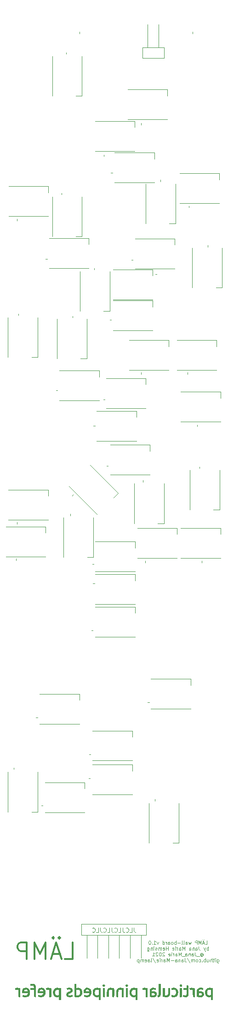
<source format=gbo>
G04 #@! TF.GenerationSoftware,KiCad,Pcbnew,5.1.5+dfsg1-2build2*
G04 #@! TF.CreationDate,2021-12-29T18:43:09+01:00*
G04 #@! TF.ProjectId,wall,77616c6c-2e6b-4696-9361-645f70636258,rev?*
G04 #@! TF.SameCoordinates,Original*
G04 #@! TF.FileFunction,Legend,Bot*
G04 #@! TF.FilePolarity,Positive*
%FSLAX46Y46*%
G04 Gerber Fmt 4.6, Leading zero omitted, Abs format (unit mm)*
G04 Created by KiCad (PCBNEW 5.1.5+dfsg1-2build2) date 2021-12-29 18:43:09*
%MOMM*%
%LPD*%
G04 APERTURE LIST*
%ADD10C,0.100000*%
%ADD11C,0.300000*%
%ADD12C,0.010000*%
%ADD13C,0.120000*%
G04 APERTURE END LIST*
D10*
X123695238Y-186461904D02*
X123695238Y-187033333D01*
X123733333Y-187147619D01*
X123809523Y-187223809D01*
X123923809Y-187261904D01*
X124000000Y-187261904D01*
X122933333Y-187261904D02*
X123314285Y-187261904D01*
X123314285Y-186461904D01*
X122209523Y-187185714D02*
X122247619Y-187223809D01*
X122361904Y-187261904D01*
X122438095Y-187261904D01*
X122552380Y-187223809D01*
X122628571Y-187147619D01*
X122666666Y-187071428D01*
X122704761Y-186919047D01*
X122704761Y-186804761D01*
X122666666Y-186652380D01*
X122628571Y-186576190D01*
X122552380Y-186500000D01*
X122438095Y-186461904D01*
X122361904Y-186461904D01*
X122247619Y-186500000D01*
X122209523Y-186538095D01*
X121638095Y-186461904D02*
X121638095Y-187033333D01*
X121676190Y-187147619D01*
X121752380Y-187223809D01*
X121866666Y-187261904D01*
X121942857Y-187261904D01*
X120876190Y-187261904D02*
X121257142Y-187261904D01*
X121257142Y-186461904D01*
X120152380Y-187185714D02*
X120190476Y-187223809D01*
X120304761Y-187261904D01*
X120380952Y-187261904D01*
X120495238Y-187223809D01*
X120571428Y-187147619D01*
X120609523Y-187071428D01*
X120647619Y-186919047D01*
X120647619Y-186804761D01*
X120609523Y-186652380D01*
X120571428Y-186576190D01*
X120495238Y-186500000D01*
X120380952Y-186461904D01*
X120304761Y-186461904D01*
X120190476Y-186500000D01*
X120152380Y-186538095D01*
X119580952Y-186461904D02*
X119580952Y-187033333D01*
X119619047Y-187147619D01*
X119695238Y-187223809D01*
X119809523Y-187261904D01*
X119885714Y-187261904D01*
X118819047Y-187261904D02*
X119200000Y-187261904D01*
X119200000Y-186461904D01*
X118095238Y-187185714D02*
X118133333Y-187223809D01*
X118247619Y-187261904D01*
X118323809Y-187261904D01*
X118438095Y-187223809D01*
X118514285Y-187147619D01*
X118552380Y-187071428D01*
X118590476Y-186919047D01*
X118590476Y-186804761D01*
X118552380Y-186652380D01*
X118514285Y-186576190D01*
X118438095Y-186500000D01*
X118323809Y-186461904D01*
X118247619Y-186461904D01*
X118133333Y-186500000D01*
X118095238Y-186538095D01*
X117523809Y-186461904D02*
X117523809Y-187033333D01*
X117561904Y-187147619D01*
X117638095Y-187223809D01*
X117752380Y-187261904D01*
X117828571Y-187261904D01*
X116761904Y-187261904D02*
X117142857Y-187261904D01*
X117142857Y-186461904D01*
X116038095Y-187185714D02*
X116076190Y-187223809D01*
X116190476Y-187261904D01*
X116266666Y-187261904D01*
X116380952Y-187223809D01*
X116457142Y-187147619D01*
X116495238Y-187071428D01*
X116533333Y-186919047D01*
X116533333Y-186804761D01*
X116495238Y-186652380D01*
X116457142Y-186576190D01*
X116380952Y-186500000D01*
X116266666Y-186461904D01*
X116190476Y-186461904D01*
X116076190Y-186500000D01*
X116038095Y-186538095D01*
D11*
X110971428Y-192157142D02*
X112400000Y-192157142D01*
X112400000Y-189157142D01*
X110114285Y-191300000D02*
X108685714Y-191300000D01*
X110400000Y-192157142D02*
X109400000Y-189157142D01*
X108400000Y-192157142D01*
X109971428Y-188157142D02*
X109828571Y-188300000D01*
X109971428Y-188442857D01*
X110114285Y-188300000D01*
X109971428Y-188157142D01*
X109971428Y-188442857D01*
X108828571Y-188157142D02*
X108685714Y-188300000D01*
X108828571Y-188442857D01*
X108971428Y-188300000D01*
X108828571Y-188157142D01*
X108828571Y-188442857D01*
X107400000Y-192157142D02*
X107400000Y-189157142D01*
X106400000Y-191300000D01*
X105400000Y-189157142D01*
X105400000Y-192157142D01*
X103971428Y-192157142D02*
X103971428Y-189157142D01*
X102828571Y-189157142D01*
X102542857Y-189300000D01*
X102400000Y-189442857D01*
X102257142Y-189728571D01*
X102257142Y-190157142D01*
X102400000Y-190442857D01*
X102542857Y-190585714D01*
X102828571Y-190728571D01*
X103971428Y-190728571D01*
D10*
X136845238Y-189481547D02*
X137154761Y-189481547D01*
X137154761Y-188831547D01*
X136659523Y-189295833D02*
X136350000Y-189295833D01*
X136721428Y-189481547D02*
X136504761Y-188831547D01*
X136288095Y-189481547D01*
X136628571Y-188614880D02*
X136597619Y-188645833D01*
X136628571Y-188676785D01*
X136659523Y-188645833D01*
X136628571Y-188614880D01*
X136628571Y-188676785D01*
X136380952Y-188614880D02*
X136350000Y-188645833D01*
X136380952Y-188676785D01*
X136411904Y-188645833D01*
X136380952Y-188614880D01*
X136380952Y-188676785D01*
X136071428Y-189481547D02*
X136071428Y-188831547D01*
X135854761Y-189295833D01*
X135638095Y-188831547D01*
X135638095Y-189481547D01*
X135328571Y-189481547D02*
X135328571Y-188831547D01*
X135080952Y-188831547D01*
X135019047Y-188862500D01*
X134988095Y-188893452D01*
X134957142Y-188955357D01*
X134957142Y-189048214D01*
X134988095Y-189110119D01*
X135019047Y-189141071D01*
X135080952Y-189172023D01*
X135328571Y-189172023D01*
X134245238Y-189048214D02*
X134121428Y-189481547D01*
X133997619Y-189172023D01*
X133873809Y-189481547D01*
X133750000Y-189048214D01*
X133223809Y-189481547D02*
X133223809Y-189141071D01*
X133254761Y-189079166D01*
X133316666Y-189048214D01*
X133440476Y-189048214D01*
X133502380Y-189079166D01*
X133223809Y-189450595D02*
X133285714Y-189481547D01*
X133440476Y-189481547D01*
X133502380Y-189450595D01*
X133533333Y-189388690D01*
X133533333Y-189326785D01*
X133502380Y-189264880D01*
X133440476Y-189233928D01*
X133285714Y-189233928D01*
X133223809Y-189202976D01*
X132821428Y-189481547D02*
X132883333Y-189450595D01*
X132914285Y-189388690D01*
X132914285Y-188831547D01*
X132480952Y-189481547D02*
X132542857Y-189450595D01*
X132573809Y-189388690D01*
X132573809Y-188831547D01*
X132233333Y-189233928D02*
X131738095Y-189233928D01*
X131428571Y-189481547D02*
X131428571Y-188831547D01*
X131428571Y-189079166D02*
X131366666Y-189048214D01*
X131242857Y-189048214D01*
X131180952Y-189079166D01*
X131150000Y-189110119D01*
X131119047Y-189172023D01*
X131119047Y-189357738D01*
X131150000Y-189419642D01*
X131180952Y-189450595D01*
X131242857Y-189481547D01*
X131366666Y-189481547D01*
X131428571Y-189450595D01*
X130747619Y-189481547D02*
X130809523Y-189450595D01*
X130840476Y-189419642D01*
X130871428Y-189357738D01*
X130871428Y-189172023D01*
X130840476Y-189110119D01*
X130809523Y-189079166D01*
X130747619Y-189048214D01*
X130654761Y-189048214D01*
X130592857Y-189079166D01*
X130561904Y-189110119D01*
X130530952Y-189172023D01*
X130530952Y-189357738D01*
X130561904Y-189419642D01*
X130592857Y-189450595D01*
X130654761Y-189481547D01*
X130747619Y-189481547D01*
X129973809Y-189481547D02*
X129973809Y-189141071D01*
X130004761Y-189079166D01*
X130066666Y-189048214D01*
X130190476Y-189048214D01*
X130252380Y-189079166D01*
X129973809Y-189450595D02*
X130035714Y-189481547D01*
X130190476Y-189481547D01*
X130252380Y-189450595D01*
X130283333Y-189388690D01*
X130283333Y-189326785D01*
X130252380Y-189264880D01*
X130190476Y-189233928D01*
X130035714Y-189233928D01*
X129973809Y-189202976D01*
X129664285Y-189481547D02*
X129664285Y-189048214D01*
X129664285Y-189172023D02*
X129633333Y-189110119D01*
X129602380Y-189079166D01*
X129540476Y-189048214D01*
X129478571Y-189048214D01*
X128983333Y-189481547D02*
X128983333Y-188831547D01*
X128983333Y-189450595D02*
X129045238Y-189481547D01*
X129169047Y-189481547D01*
X129230952Y-189450595D01*
X129261904Y-189419642D01*
X129292857Y-189357738D01*
X129292857Y-189172023D01*
X129261904Y-189110119D01*
X129230952Y-189079166D01*
X129169047Y-189048214D01*
X129045238Y-189048214D01*
X128983333Y-189079166D01*
X128240476Y-189048214D02*
X128085714Y-189481547D01*
X127930952Y-189048214D01*
X127342857Y-189481547D02*
X127714285Y-189481547D01*
X127528571Y-189481547D02*
X127528571Y-188831547D01*
X127590476Y-188924404D01*
X127652380Y-188986309D01*
X127714285Y-189017261D01*
X127064285Y-189419642D02*
X127033333Y-189450595D01*
X127064285Y-189481547D01*
X127095238Y-189450595D01*
X127064285Y-189419642D01*
X127064285Y-189481547D01*
X126630952Y-188831547D02*
X126569047Y-188831547D01*
X126507142Y-188862500D01*
X126476190Y-188893452D01*
X126445238Y-188955357D01*
X126414285Y-189079166D01*
X126414285Y-189233928D01*
X126445238Y-189357738D01*
X126476190Y-189419642D01*
X126507142Y-189450595D01*
X126569047Y-189481547D01*
X126630952Y-189481547D01*
X126692857Y-189450595D01*
X126723809Y-189419642D01*
X126754761Y-189357738D01*
X126785714Y-189233928D01*
X126785714Y-189079166D01*
X126754761Y-188955357D01*
X126723809Y-188893452D01*
X126692857Y-188862500D01*
X126630952Y-188831547D01*
X137417857Y-190556547D02*
X137417857Y-189906547D01*
X137417857Y-190154166D02*
X137355952Y-190123214D01*
X137232142Y-190123214D01*
X137170238Y-190154166D01*
X137139285Y-190185119D01*
X137108333Y-190247023D01*
X137108333Y-190432738D01*
X137139285Y-190494642D01*
X137170238Y-190525595D01*
X137232142Y-190556547D01*
X137355952Y-190556547D01*
X137417857Y-190525595D01*
X136891666Y-190123214D02*
X136736904Y-190556547D01*
X136582142Y-190123214D02*
X136736904Y-190556547D01*
X136798809Y-190711309D01*
X136829761Y-190742261D01*
X136891666Y-190773214D01*
X135653571Y-189906547D02*
X135653571Y-190370833D01*
X135684523Y-190463690D01*
X135746428Y-190525595D01*
X135839285Y-190556547D01*
X135901190Y-190556547D01*
X135065476Y-190556547D02*
X135065476Y-190216071D01*
X135096428Y-190154166D01*
X135158333Y-190123214D01*
X135282142Y-190123214D01*
X135344047Y-190154166D01*
X135065476Y-190525595D02*
X135127380Y-190556547D01*
X135282142Y-190556547D01*
X135344047Y-190525595D01*
X135375000Y-190463690D01*
X135375000Y-190401785D01*
X135344047Y-190339880D01*
X135282142Y-190308928D01*
X135127380Y-190308928D01*
X135065476Y-190277976D01*
X134755952Y-190123214D02*
X134755952Y-190556547D01*
X134755952Y-190185119D02*
X134725000Y-190154166D01*
X134663095Y-190123214D01*
X134570238Y-190123214D01*
X134508333Y-190154166D01*
X134477380Y-190216071D01*
X134477380Y-190556547D01*
X133889285Y-190556547D02*
X133889285Y-190216071D01*
X133920238Y-190154166D01*
X133982142Y-190123214D01*
X134105952Y-190123214D01*
X134167857Y-190154166D01*
X133889285Y-190525595D02*
X133951190Y-190556547D01*
X134105952Y-190556547D01*
X134167857Y-190525595D01*
X134198809Y-190463690D01*
X134198809Y-190401785D01*
X134167857Y-190339880D01*
X134105952Y-190308928D01*
X133951190Y-190308928D01*
X133889285Y-190277976D01*
X133084523Y-190556547D02*
X133084523Y-189906547D01*
X132867857Y-190370833D01*
X132651190Y-189906547D01*
X132651190Y-190556547D01*
X132063095Y-190556547D02*
X132063095Y-190216071D01*
X132094047Y-190154166D01*
X132155952Y-190123214D01*
X132279761Y-190123214D01*
X132341666Y-190154166D01*
X132063095Y-190525595D02*
X132125000Y-190556547D01*
X132279761Y-190556547D01*
X132341666Y-190525595D01*
X132372619Y-190463690D01*
X132372619Y-190401785D01*
X132341666Y-190339880D01*
X132279761Y-190308928D01*
X132125000Y-190308928D01*
X132063095Y-190277976D01*
X131753571Y-190556547D02*
X131753571Y-190123214D01*
X131753571Y-190247023D02*
X131722619Y-190185119D01*
X131691666Y-190154166D01*
X131629761Y-190123214D01*
X131567857Y-190123214D01*
X131351190Y-190556547D02*
X131351190Y-190123214D01*
X131351190Y-189906547D02*
X131382142Y-189937500D01*
X131351190Y-189968452D01*
X131320238Y-189937500D01*
X131351190Y-189906547D01*
X131351190Y-189968452D01*
X130794047Y-190525595D02*
X130855952Y-190556547D01*
X130979761Y-190556547D01*
X131041666Y-190525595D01*
X131072619Y-190463690D01*
X131072619Y-190216071D01*
X131041666Y-190154166D01*
X130979761Y-190123214D01*
X130855952Y-190123214D01*
X130794047Y-190154166D01*
X130763095Y-190216071D01*
X130763095Y-190277976D01*
X131072619Y-190339880D01*
X129989285Y-190556547D02*
X129989285Y-189906547D01*
X129989285Y-190216071D02*
X129617857Y-190216071D01*
X129617857Y-190556547D02*
X129617857Y-189906547D01*
X129060714Y-190525595D02*
X129122619Y-190556547D01*
X129246428Y-190556547D01*
X129308333Y-190525595D01*
X129339285Y-190463690D01*
X129339285Y-190216071D01*
X129308333Y-190154166D01*
X129246428Y-190123214D01*
X129122619Y-190123214D01*
X129060714Y-190154166D01*
X129029761Y-190216071D01*
X129029761Y-190277976D01*
X129339285Y-190339880D01*
X128751190Y-190556547D02*
X128751190Y-190123214D01*
X128751190Y-190185119D02*
X128720238Y-190154166D01*
X128658333Y-190123214D01*
X128565476Y-190123214D01*
X128503571Y-190154166D01*
X128472619Y-190216071D01*
X128472619Y-190556547D01*
X128472619Y-190216071D02*
X128441666Y-190154166D01*
X128379761Y-190123214D01*
X128286904Y-190123214D01*
X128225000Y-190154166D01*
X128194047Y-190216071D01*
X128194047Y-190556547D01*
X127915476Y-190525595D02*
X127853571Y-190556547D01*
X127729761Y-190556547D01*
X127667857Y-190525595D01*
X127636904Y-190463690D01*
X127636904Y-190432738D01*
X127667857Y-190370833D01*
X127729761Y-190339880D01*
X127822619Y-190339880D01*
X127884523Y-190308928D01*
X127915476Y-190247023D01*
X127915476Y-190216071D01*
X127884523Y-190154166D01*
X127822619Y-190123214D01*
X127729761Y-190123214D01*
X127667857Y-190154166D01*
X127358333Y-190556547D02*
X127358333Y-190123214D01*
X127358333Y-189906547D02*
X127389285Y-189937500D01*
X127358333Y-189968452D01*
X127327380Y-189937500D01*
X127358333Y-189906547D01*
X127358333Y-189968452D01*
X127048809Y-190123214D02*
X127048809Y-190556547D01*
X127048809Y-190185119D02*
X127017857Y-190154166D01*
X126955952Y-190123214D01*
X126863095Y-190123214D01*
X126801190Y-190154166D01*
X126770238Y-190216071D01*
X126770238Y-190556547D01*
X126182142Y-190123214D02*
X126182142Y-190649404D01*
X126213095Y-190711309D01*
X126244047Y-190742261D01*
X126305952Y-190773214D01*
X126398809Y-190773214D01*
X126460714Y-190742261D01*
X126182142Y-190525595D02*
X126244047Y-190556547D01*
X126367857Y-190556547D01*
X126429761Y-190525595D01*
X126460714Y-190494642D01*
X126491666Y-190432738D01*
X126491666Y-190247023D01*
X126460714Y-190185119D01*
X126429761Y-190154166D01*
X126367857Y-190123214D01*
X126244047Y-190123214D01*
X126182142Y-190154166D01*
X136071428Y-191322023D02*
X136102380Y-191291071D01*
X136164285Y-191260119D01*
X136226190Y-191260119D01*
X136288095Y-191291071D01*
X136319047Y-191322023D01*
X136350000Y-191383928D01*
X136350000Y-191445833D01*
X136319047Y-191507738D01*
X136288095Y-191538690D01*
X136226190Y-191569642D01*
X136164285Y-191569642D01*
X136102380Y-191538690D01*
X136071428Y-191507738D01*
X136071428Y-191260119D02*
X136071428Y-191507738D01*
X136040476Y-191538690D01*
X136009523Y-191538690D01*
X135947619Y-191507738D01*
X135916666Y-191445833D01*
X135916666Y-191291071D01*
X135978571Y-191198214D01*
X136071428Y-191136309D01*
X136195238Y-191105357D01*
X136319047Y-191136309D01*
X136411904Y-191198214D01*
X136473809Y-191291071D01*
X136504761Y-191414880D01*
X136473809Y-191538690D01*
X136411904Y-191631547D01*
X136319047Y-191693452D01*
X136195238Y-191724404D01*
X136071428Y-191693452D01*
X135978571Y-191631547D01*
X135792857Y-191693452D02*
X135297619Y-191693452D01*
X134957142Y-190981547D02*
X134957142Y-191445833D01*
X134988095Y-191538690D01*
X135050000Y-191600595D01*
X135142857Y-191631547D01*
X135204761Y-191631547D01*
X134369047Y-191631547D02*
X134369047Y-191291071D01*
X134400000Y-191229166D01*
X134461904Y-191198214D01*
X134585714Y-191198214D01*
X134647619Y-191229166D01*
X134369047Y-191600595D02*
X134430952Y-191631547D01*
X134585714Y-191631547D01*
X134647619Y-191600595D01*
X134678571Y-191538690D01*
X134678571Y-191476785D01*
X134647619Y-191414880D01*
X134585714Y-191383928D01*
X134430952Y-191383928D01*
X134369047Y-191352976D01*
X134059523Y-191198214D02*
X134059523Y-191631547D01*
X134059523Y-191260119D02*
X134028571Y-191229166D01*
X133966666Y-191198214D01*
X133873809Y-191198214D01*
X133811904Y-191229166D01*
X133780952Y-191291071D01*
X133780952Y-191631547D01*
X133192857Y-191631547D02*
X133192857Y-191291071D01*
X133223809Y-191229166D01*
X133285714Y-191198214D01*
X133409523Y-191198214D01*
X133471428Y-191229166D01*
X133192857Y-191600595D02*
X133254761Y-191631547D01*
X133409523Y-191631547D01*
X133471428Y-191600595D01*
X133502380Y-191538690D01*
X133502380Y-191476785D01*
X133471428Y-191414880D01*
X133409523Y-191383928D01*
X133254761Y-191383928D01*
X133192857Y-191352976D01*
X133038095Y-191693452D02*
X132542857Y-191693452D01*
X132388095Y-191631547D02*
X132388095Y-190981547D01*
X132171428Y-191445833D01*
X131954761Y-190981547D01*
X131954761Y-191631547D01*
X131366666Y-191631547D02*
X131366666Y-191291071D01*
X131397619Y-191229166D01*
X131459523Y-191198214D01*
X131583333Y-191198214D01*
X131645238Y-191229166D01*
X131366666Y-191600595D02*
X131428571Y-191631547D01*
X131583333Y-191631547D01*
X131645238Y-191600595D01*
X131676190Y-191538690D01*
X131676190Y-191476785D01*
X131645238Y-191414880D01*
X131583333Y-191383928D01*
X131428571Y-191383928D01*
X131366666Y-191352976D01*
X131057142Y-191631547D02*
X131057142Y-191198214D01*
X131057142Y-191322023D02*
X131026190Y-191260119D01*
X130995238Y-191229166D01*
X130933333Y-191198214D01*
X130871428Y-191198214D01*
X130654761Y-191631547D02*
X130654761Y-191198214D01*
X130654761Y-190981547D02*
X130685714Y-191012500D01*
X130654761Y-191043452D01*
X130623809Y-191012500D01*
X130654761Y-190981547D01*
X130654761Y-191043452D01*
X130097619Y-191600595D02*
X130159523Y-191631547D01*
X130283333Y-191631547D01*
X130345238Y-191600595D01*
X130376190Y-191538690D01*
X130376190Y-191291071D01*
X130345238Y-191229166D01*
X130283333Y-191198214D01*
X130159523Y-191198214D01*
X130097619Y-191229166D01*
X130066666Y-191291071D01*
X130066666Y-191352976D01*
X130376190Y-191414880D01*
X129323809Y-191043452D02*
X129292857Y-191012500D01*
X129230952Y-190981547D01*
X129076190Y-190981547D01*
X129014285Y-191012500D01*
X128983333Y-191043452D01*
X128952380Y-191105357D01*
X128952380Y-191167261D01*
X128983333Y-191260119D01*
X129354761Y-191631547D01*
X128952380Y-191631547D01*
X128550000Y-190981547D02*
X128488095Y-190981547D01*
X128426190Y-191012500D01*
X128395238Y-191043452D01*
X128364285Y-191105357D01*
X128333333Y-191229166D01*
X128333333Y-191383928D01*
X128364285Y-191507738D01*
X128395238Y-191569642D01*
X128426190Y-191600595D01*
X128488095Y-191631547D01*
X128550000Y-191631547D01*
X128611904Y-191600595D01*
X128642857Y-191569642D01*
X128673809Y-191507738D01*
X128704761Y-191383928D01*
X128704761Y-191229166D01*
X128673809Y-191105357D01*
X128642857Y-191043452D01*
X128611904Y-191012500D01*
X128550000Y-190981547D01*
X128085714Y-191043452D02*
X128054761Y-191012500D01*
X127992857Y-190981547D01*
X127838095Y-190981547D01*
X127776190Y-191012500D01*
X127745238Y-191043452D01*
X127714285Y-191105357D01*
X127714285Y-191167261D01*
X127745238Y-191260119D01*
X128116666Y-191631547D01*
X127714285Y-191631547D01*
X127095238Y-191631547D02*
X127466666Y-191631547D01*
X127280952Y-191631547D02*
X127280952Y-190981547D01*
X127342857Y-191074404D01*
X127404761Y-191136309D01*
X127466666Y-191167261D01*
X139027380Y-192273214D02*
X139027380Y-192799404D01*
X139058333Y-192861309D01*
X139089285Y-192892261D01*
X139151190Y-192923214D01*
X139244047Y-192923214D01*
X139305952Y-192892261D01*
X139027380Y-192675595D02*
X139089285Y-192706547D01*
X139213095Y-192706547D01*
X139275000Y-192675595D01*
X139305952Y-192644642D01*
X139336904Y-192582738D01*
X139336904Y-192397023D01*
X139305952Y-192335119D01*
X139275000Y-192304166D01*
X139213095Y-192273214D01*
X139089285Y-192273214D01*
X139027380Y-192304166D01*
X138717857Y-192706547D02*
X138717857Y-192273214D01*
X138717857Y-192056547D02*
X138748809Y-192087500D01*
X138717857Y-192118452D01*
X138686904Y-192087500D01*
X138717857Y-192056547D01*
X138717857Y-192118452D01*
X138501190Y-192273214D02*
X138253571Y-192273214D01*
X138408333Y-192056547D02*
X138408333Y-192613690D01*
X138377380Y-192675595D01*
X138315476Y-192706547D01*
X138253571Y-192706547D01*
X138036904Y-192706547D02*
X138036904Y-192056547D01*
X137758333Y-192706547D02*
X137758333Y-192366071D01*
X137789285Y-192304166D01*
X137851190Y-192273214D01*
X137944047Y-192273214D01*
X138005952Y-192304166D01*
X138036904Y-192335119D01*
X137170238Y-192273214D02*
X137170238Y-192706547D01*
X137448809Y-192273214D02*
X137448809Y-192613690D01*
X137417857Y-192675595D01*
X137355952Y-192706547D01*
X137263095Y-192706547D01*
X137201190Y-192675595D01*
X137170238Y-192644642D01*
X136860714Y-192706547D02*
X136860714Y-192056547D01*
X136860714Y-192304166D02*
X136798809Y-192273214D01*
X136675000Y-192273214D01*
X136613095Y-192304166D01*
X136582142Y-192335119D01*
X136551190Y-192397023D01*
X136551190Y-192582738D01*
X136582142Y-192644642D01*
X136613095Y-192675595D01*
X136675000Y-192706547D01*
X136798809Y-192706547D01*
X136860714Y-192675595D01*
X136272619Y-192644642D02*
X136241666Y-192675595D01*
X136272619Y-192706547D01*
X136303571Y-192675595D01*
X136272619Y-192644642D01*
X136272619Y-192706547D01*
X135684523Y-192675595D02*
X135746428Y-192706547D01*
X135870238Y-192706547D01*
X135932142Y-192675595D01*
X135963095Y-192644642D01*
X135994047Y-192582738D01*
X135994047Y-192397023D01*
X135963095Y-192335119D01*
X135932142Y-192304166D01*
X135870238Y-192273214D01*
X135746428Y-192273214D01*
X135684523Y-192304166D01*
X135313095Y-192706547D02*
X135375000Y-192675595D01*
X135405952Y-192644642D01*
X135436904Y-192582738D01*
X135436904Y-192397023D01*
X135405952Y-192335119D01*
X135375000Y-192304166D01*
X135313095Y-192273214D01*
X135220238Y-192273214D01*
X135158333Y-192304166D01*
X135127380Y-192335119D01*
X135096428Y-192397023D01*
X135096428Y-192582738D01*
X135127380Y-192644642D01*
X135158333Y-192675595D01*
X135220238Y-192706547D01*
X135313095Y-192706547D01*
X134817857Y-192706547D02*
X134817857Y-192273214D01*
X134817857Y-192335119D02*
X134786904Y-192304166D01*
X134725000Y-192273214D01*
X134632142Y-192273214D01*
X134570238Y-192304166D01*
X134539285Y-192366071D01*
X134539285Y-192706547D01*
X134539285Y-192366071D02*
X134508333Y-192304166D01*
X134446428Y-192273214D01*
X134353571Y-192273214D01*
X134291666Y-192304166D01*
X134260714Y-192366071D01*
X134260714Y-192706547D01*
X133486904Y-192025595D02*
X134044047Y-192861309D01*
X133084523Y-192056547D02*
X133084523Y-192520833D01*
X133115476Y-192613690D01*
X133177380Y-192675595D01*
X133270238Y-192706547D01*
X133332142Y-192706547D01*
X132496428Y-192706547D02*
X132496428Y-192366071D01*
X132527380Y-192304166D01*
X132589285Y-192273214D01*
X132713095Y-192273214D01*
X132775000Y-192304166D01*
X132496428Y-192675595D02*
X132558333Y-192706547D01*
X132713095Y-192706547D01*
X132775000Y-192675595D01*
X132805952Y-192613690D01*
X132805952Y-192551785D01*
X132775000Y-192489880D01*
X132713095Y-192458928D01*
X132558333Y-192458928D01*
X132496428Y-192427976D01*
X132186904Y-192273214D02*
X132186904Y-192706547D01*
X132186904Y-192335119D02*
X132155952Y-192304166D01*
X132094047Y-192273214D01*
X132001190Y-192273214D01*
X131939285Y-192304166D01*
X131908333Y-192366071D01*
X131908333Y-192706547D01*
X131320238Y-192706547D02*
X131320238Y-192366071D01*
X131351190Y-192304166D01*
X131413095Y-192273214D01*
X131536904Y-192273214D01*
X131598809Y-192304166D01*
X131320238Y-192675595D02*
X131382142Y-192706547D01*
X131536904Y-192706547D01*
X131598809Y-192675595D01*
X131629761Y-192613690D01*
X131629761Y-192551785D01*
X131598809Y-192489880D01*
X131536904Y-192458928D01*
X131382142Y-192458928D01*
X131320238Y-192427976D01*
X131010714Y-192458928D02*
X130515476Y-192458928D01*
X130205952Y-192706547D02*
X130205952Y-192056547D01*
X129989285Y-192520833D01*
X129772619Y-192056547D01*
X129772619Y-192706547D01*
X129184523Y-192706547D02*
X129184523Y-192366071D01*
X129215476Y-192304166D01*
X129277380Y-192273214D01*
X129401190Y-192273214D01*
X129463095Y-192304166D01*
X129184523Y-192675595D02*
X129246428Y-192706547D01*
X129401190Y-192706547D01*
X129463095Y-192675595D01*
X129494047Y-192613690D01*
X129494047Y-192551785D01*
X129463095Y-192489880D01*
X129401190Y-192458928D01*
X129246428Y-192458928D01*
X129184523Y-192427976D01*
X128875000Y-192706547D02*
X128875000Y-192273214D01*
X128875000Y-192397023D02*
X128844047Y-192335119D01*
X128813095Y-192304166D01*
X128751190Y-192273214D01*
X128689285Y-192273214D01*
X128472619Y-192706547D02*
X128472619Y-192273214D01*
X128472619Y-192056547D02*
X128503571Y-192087500D01*
X128472619Y-192118452D01*
X128441666Y-192087500D01*
X128472619Y-192056547D01*
X128472619Y-192118452D01*
X127915476Y-192675595D02*
X127977380Y-192706547D01*
X128101190Y-192706547D01*
X128163095Y-192675595D01*
X128194047Y-192613690D01*
X128194047Y-192366071D01*
X128163095Y-192304166D01*
X128101190Y-192273214D01*
X127977380Y-192273214D01*
X127915476Y-192304166D01*
X127884523Y-192366071D01*
X127884523Y-192427976D01*
X128194047Y-192489880D01*
X127141666Y-192025595D02*
X127698809Y-192861309D01*
X126832142Y-192706547D02*
X126894047Y-192675595D01*
X126925000Y-192613690D01*
X126925000Y-192056547D01*
X126305952Y-192706547D02*
X126305952Y-192366071D01*
X126336904Y-192304166D01*
X126398809Y-192273214D01*
X126522619Y-192273214D01*
X126584523Y-192304166D01*
X126305952Y-192675595D02*
X126367857Y-192706547D01*
X126522619Y-192706547D01*
X126584523Y-192675595D01*
X126615476Y-192613690D01*
X126615476Y-192551785D01*
X126584523Y-192489880D01*
X126522619Y-192458928D01*
X126367857Y-192458928D01*
X126305952Y-192427976D01*
X125748809Y-192675595D02*
X125810714Y-192706547D01*
X125934523Y-192706547D01*
X125996428Y-192675595D01*
X126027380Y-192613690D01*
X126027380Y-192366071D01*
X125996428Y-192304166D01*
X125934523Y-192273214D01*
X125810714Y-192273214D01*
X125748809Y-192304166D01*
X125717857Y-192366071D01*
X125717857Y-192427976D01*
X126027380Y-192489880D01*
X125439285Y-192706547D02*
X125439285Y-192273214D01*
X125439285Y-192335119D02*
X125408333Y-192304166D01*
X125346428Y-192273214D01*
X125253571Y-192273214D01*
X125191666Y-192304166D01*
X125160714Y-192366071D01*
X125160714Y-192706547D01*
X125160714Y-192366071D02*
X125129761Y-192304166D01*
X125067857Y-192273214D01*
X124975000Y-192273214D01*
X124913095Y-192304166D01*
X124882142Y-192366071D01*
X124882142Y-192706547D01*
X124572619Y-192273214D02*
X124572619Y-192923214D01*
X124572619Y-192304166D02*
X124510714Y-192273214D01*
X124386904Y-192273214D01*
X124325000Y-192304166D01*
X124294047Y-192335119D01*
X124263095Y-192397023D01*
X124263095Y-192582738D01*
X124294047Y-192644642D01*
X124325000Y-192675595D01*
X124386904Y-192706547D01*
X124510714Y-192706547D01*
X124572619Y-192675595D01*
D12*
G36*
X118055713Y-196876519D02*
G01*
X117998837Y-196912249D01*
X117955787Y-196967137D01*
X117937620Y-197036793D01*
X117943886Y-197110005D01*
X117974137Y-197175560D01*
X118010823Y-197211937D01*
X118072526Y-197235725D01*
X118145576Y-197236855D01*
X118213941Y-197216482D01*
X118245373Y-197195042D01*
X118291065Y-197131081D01*
X118306714Y-197058701D01*
X118293882Y-196986906D01*
X118254133Y-196924698D01*
X118191004Y-196881894D01*
X118119889Y-196863917D01*
X118055713Y-196876519D01*
G37*
X118055713Y-196876519D02*
X117998837Y-196912249D01*
X117955787Y-196967137D01*
X117937620Y-197036793D01*
X117943886Y-197110005D01*
X117974137Y-197175560D01*
X118010823Y-197211937D01*
X118072526Y-197235725D01*
X118145576Y-197236855D01*
X118213941Y-197216482D01*
X118245373Y-197195042D01*
X118291065Y-197131081D01*
X118306714Y-197058701D01*
X118293882Y-196986906D01*
X118254133Y-196924698D01*
X118191004Y-196881894D01*
X118119889Y-196863917D01*
X118055713Y-196876519D01*
G36*
X122288162Y-196877074D02*
G01*
X122229267Y-196916616D01*
X122189976Y-196978914D01*
X122177143Y-197051798D01*
X122192088Y-197129776D01*
X122231926Y-197189553D01*
X122289161Y-197227897D01*
X122356296Y-197241576D01*
X122425835Y-197227357D01*
X122486967Y-197185396D01*
X122529390Y-197120391D01*
X122541861Y-197047494D01*
X122525946Y-196976116D01*
X122483211Y-196915668D01*
X122436850Y-196884262D01*
X122359682Y-196864788D01*
X122288162Y-196877074D01*
G37*
X122288162Y-196877074D02*
X122229267Y-196916616D01*
X122189976Y-196978914D01*
X122177143Y-197051798D01*
X122192088Y-197129776D01*
X122231926Y-197189553D01*
X122289161Y-197227897D01*
X122356296Y-197241576D01*
X122425835Y-197227357D01*
X122486967Y-197185396D01*
X122529390Y-197120391D01*
X122541861Y-197047494D01*
X122525946Y-196976116D01*
X122483211Y-196915668D01*
X122436850Y-196884262D01*
X122359682Y-196864788D01*
X122288162Y-196877074D01*
G36*
X132242578Y-196883442D02*
G01*
X132237580Y-196885753D01*
X132177465Y-196924983D01*
X132144832Y-196977023D01*
X132134370Y-197051059D01*
X132134380Y-197064269D01*
X132150823Y-197137380D01*
X132192599Y-197193127D01*
X132251673Y-197228402D01*
X132320009Y-197240093D01*
X132389572Y-197225093D01*
X132447395Y-197185396D01*
X132491017Y-197118784D01*
X132501825Y-197044140D01*
X132479592Y-196969388D01*
X132454581Y-196932726D01*
X132391823Y-196880907D01*
X132320903Y-196864425D01*
X132242578Y-196883442D01*
G37*
X132242578Y-196883442D02*
X132237580Y-196885753D01*
X132177465Y-196924983D01*
X132144832Y-196977023D01*
X132134370Y-197051059D01*
X132134380Y-197064269D01*
X132150823Y-197137380D01*
X132192599Y-197193127D01*
X132251673Y-197228402D01*
X132320009Y-197240093D01*
X132389572Y-197225093D01*
X132447395Y-197185396D01*
X132491017Y-197118784D01*
X132501825Y-197044140D01*
X132479592Y-196969388D01*
X132454581Y-196932726D01*
X132391823Y-196880907D01*
X132320903Y-196864425D01*
X132242578Y-196883442D01*
G36*
X101976258Y-197494784D02*
G01*
X101928180Y-197500954D01*
X101861879Y-197512820D01*
X101823799Y-197528580D01*
X101808471Y-197556555D01*
X101810425Y-197605063D01*
X101820770Y-197664324D01*
X101833858Y-197728276D01*
X101845267Y-197763311D01*
X101858904Y-197776365D01*
X101878676Y-197774376D01*
X101882159Y-197773291D01*
X101929396Y-197764161D01*
X102001453Y-197757086D01*
X102087084Y-197752415D01*
X102175047Y-197750500D01*
X102254096Y-197751691D01*
X102312988Y-197756338D01*
X102328857Y-197759366D01*
X102392357Y-197775933D01*
X102401428Y-198437002D01*
X102410500Y-199098072D01*
X102547387Y-199103303D01*
X102614799Y-199104233D01*
X102667496Y-199101894D01*
X102695527Y-199096791D01*
X102697065Y-199095744D01*
X102699819Y-199075412D01*
X102702369Y-199022664D01*
X102704651Y-198941366D01*
X102706599Y-198835388D01*
X102708150Y-198708597D01*
X102709237Y-198564862D01*
X102709795Y-198408051D01*
X102709857Y-198334455D01*
X102709857Y-197585957D01*
X102650893Y-197566856D01*
X102489569Y-197525320D01*
X102314376Y-197498643D01*
X102138782Y-197488055D01*
X101976258Y-197494784D01*
G37*
X101976258Y-197494784D02*
X101928180Y-197500954D01*
X101861879Y-197512820D01*
X101823799Y-197528580D01*
X101808471Y-197556555D01*
X101810425Y-197605063D01*
X101820770Y-197664324D01*
X101833858Y-197728276D01*
X101845267Y-197763311D01*
X101858904Y-197776365D01*
X101878676Y-197774376D01*
X101882159Y-197773291D01*
X101929396Y-197764161D01*
X102001453Y-197757086D01*
X102087084Y-197752415D01*
X102175047Y-197750500D01*
X102254096Y-197751691D01*
X102312988Y-197756338D01*
X102328857Y-197759366D01*
X102392357Y-197775933D01*
X102401428Y-198437002D01*
X102410500Y-199098072D01*
X102547387Y-199103303D01*
X102614799Y-199104233D01*
X102667496Y-199101894D01*
X102695527Y-199096791D01*
X102697065Y-199095744D01*
X102699819Y-199075412D01*
X102702369Y-199022664D01*
X102704651Y-198941366D01*
X102706599Y-198835388D01*
X102708150Y-198708597D01*
X102709237Y-198564862D01*
X102709795Y-198408051D01*
X102709857Y-198334455D01*
X102709857Y-197585957D01*
X102650893Y-197566856D01*
X102489569Y-197525320D01*
X102314376Y-197498643D01*
X102138782Y-197488055D01*
X101976258Y-197494784D01*
G36*
X104785120Y-196755397D02*
G01*
X104693731Y-196768725D01*
X104688812Y-196769830D01*
X104637230Y-196783592D01*
X104604169Y-196795981D01*
X104597506Y-196801580D01*
X104601396Y-196823593D01*
X104610711Y-196870228D01*
X104621240Y-196920929D01*
X104635164Y-196980853D01*
X104648055Y-197012744D01*
X104664974Y-197024342D01*
X104688484Y-197023735D01*
X104725668Y-197020782D01*
X104788471Y-197017901D01*
X104866227Y-197015533D01*
X104908289Y-197014664D01*
X104993279Y-197014228D01*
X105050980Y-197017324D01*
X105090325Y-197025310D01*
X105120244Y-197039544D01*
X105133830Y-197048957D01*
X105195664Y-197114000D01*
X105237455Y-197203475D01*
X105260545Y-197320657D01*
X105264413Y-197368078D01*
X105272662Y-197510571D01*
X104669286Y-197510571D01*
X104669286Y-197764571D01*
X104968419Y-197764572D01*
X105267553Y-197764572D01*
X105277071Y-199098072D01*
X105559771Y-199108696D01*
X105554493Y-198132741D01*
X105549214Y-197156786D01*
X105505929Y-197061002D01*
X105446759Y-196964604D01*
X105364855Y-196878102D01*
X105270374Y-196810671D01*
X105190373Y-196775965D01*
X105109500Y-196760064D01*
X105006202Y-196751228D01*
X104893677Y-196749618D01*
X104785120Y-196755397D01*
G37*
X104785120Y-196755397D02*
X104693731Y-196768725D01*
X104688812Y-196769830D01*
X104637230Y-196783592D01*
X104604169Y-196795981D01*
X104597506Y-196801580D01*
X104601396Y-196823593D01*
X104610711Y-196870228D01*
X104621240Y-196920929D01*
X104635164Y-196980853D01*
X104648055Y-197012744D01*
X104664974Y-197024342D01*
X104688484Y-197023735D01*
X104725668Y-197020782D01*
X104788471Y-197017901D01*
X104866227Y-197015533D01*
X104908289Y-197014664D01*
X104993279Y-197014228D01*
X105050980Y-197017324D01*
X105090325Y-197025310D01*
X105120244Y-197039544D01*
X105133830Y-197048957D01*
X105195664Y-197114000D01*
X105237455Y-197203475D01*
X105260545Y-197320657D01*
X105264413Y-197368078D01*
X105272662Y-197510571D01*
X104669286Y-197510571D01*
X104669286Y-197764571D01*
X104968419Y-197764572D01*
X105267553Y-197764572D01*
X105277071Y-199098072D01*
X105559771Y-199108696D01*
X105554493Y-198132741D01*
X105549214Y-197156786D01*
X105505929Y-197061002D01*
X105446759Y-196964604D01*
X105364855Y-196878102D01*
X105270374Y-196810671D01*
X105190373Y-196775965D01*
X105109500Y-196760064D01*
X105006202Y-196751228D01*
X104893677Y-196749618D01*
X104785120Y-196755397D01*
G36*
X107691258Y-197494784D02*
G01*
X107643180Y-197500954D01*
X107578221Y-197512508D01*
X107540988Y-197527850D01*
X107526054Y-197555336D01*
X107527992Y-197603319D01*
X107538149Y-197662648D01*
X107560538Y-197784161D01*
X107616233Y-197769831D01*
X107659519Y-197763505D01*
X107726721Y-197759054D01*
X107808452Y-197756504D01*
X107895322Y-197755880D01*
X107977943Y-197757206D01*
X108046926Y-197760507D01*
X108092882Y-197765808D01*
X108102821Y-197768538D01*
X108111113Y-197774078D01*
X108117828Y-197785535D01*
X108123132Y-197806413D01*
X108127188Y-197840220D01*
X108130163Y-197890460D01*
X108132219Y-197960641D01*
X108133523Y-198054267D01*
X108134238Y-198174845D01*
X108134530Y-198325882D01*
X108134571Y-198444359D01*
X108134571Y-199107143D01*
X108267619Y-199107143D01*
X108333986Y-199105600D01*
X108385405Y-199101532D01*
X108411789Y-199095778D01*
X108412762Y-199095048D01*
X108415365Y-199074870D01*
X108417776Y-199022270D01*
X108419934Y-198941112D01*
X108421776Y-198835259D01*
X108423242Y-198708574D01*
X108424270Y-198564922D01*
X108424798Y-198408165D01*
X108424857Y-198334455D01*
X108424857Y-197585957D01*
X108365893Y-197566856D01*
X108204569Y-197525320D01*
X108029376Y-197498643D01*
X107853782Y-197488055D01*
X107691258Y-197494784D01*
G37*
X107691258Y-197494784D02*
X107643180Y-197500954D01*
X107578221Y-197512508D01*
X107540988Y-197527850D01*
X107526054Y-197555336D01*
X107527992Y-197603319D01*
X107538149Y-197662648D01*
X107560538Y-197784161D01*
X107616233Y-197769831D01*
X107659519Y-197763505D01*
X107726721Y-197759054D01*
X107808452Y-197756504D01*
X107895322Y-197755880D01*
X107977943Y-197757206D01*
X108046926Y-197760507D01*
X108092882Y-197765808D01*
X108102821Y-197768538D01*
X108111113Y-197774078D01*
X108117828Y-197785535D01*
X108123132Y-197806413D01*
X108127188Y-197840220D01*
X108130163Y-197890460D01*
X108132219Y-197960641D01*
X108133523Y-198054267D01*
X108134238Y-198174845D01*
X108134530Y-198325882D01*
X108134571Y-198444359D01*
X108134571Y-199107143D01*
X108267619Y-199107143D01*
X108333986Y-199105600D01*
X108385405Y-199101532D01*
X108411789Y-199095778D01*
X108412762Y-199095048D01*
X108415365Y-199074870D01*
X108417776Y-199022270D01*
X108419934Y-198941112D01*
X108421776Y-198835259D01*
X108423242Y-198708574D01*
X108424270Y-198564922D01*
X108424798Y-198408165D01*
X108424857Y-198334455D01*
X108424857Y-197585957D01*
X108365893Y-197566856D01*
X108204569Y-197525320D01*
X108029376Y-197498643D01*
X107853782Y-197488055D01*
X107691258Y-197494784D01*
G36*
X117972345Y-198304321D02*
G01*
X117977071Y-199098072D01*
X118117678Y-199103370D01*
X118258285Y-199108669D01*
X118258285Y-197510571D01*
X117967618Y-197510571D01*
X117972345Y-198304321D01*
G37*
X117972345Y-198304321D02*
X117977071Y-199098072D01*
X118117678Y-199103370D01*
X118258285Y-199108669D01*
X118258285Y-197510571D01*
X117967618Y-197510571D01*
X117972345Y-198304321D01*
G36*
X119299861Y-197490424D02*
G01*
X119222933Y-197495313D01*
X119162487Y-197505099D01*
X119108665Y-197520944D01*
X119096321Y-197525517D01*
X118975845Y-197584544D01*
X118882535Y-197661440D01*
X118811644Y-197761448D01*
X118758424Y-197889807D01*
X118754310Y-197903022D01*
X118744819Y-197938419D01*
X118737330Y-197978174D01*
X118731611Y-198026895D01*
X118727429Y-198089187D01*
X118724551Y-198169656D01*
X118722745Y-198272910D01*
X118721778Y-198403554D01*
X118721426Y-198553786D01*
X118720928Y-199098072D01*
X119011214Y-199098072D01*
X119020861Y-198544714D01*
X119024580Y-198364449D01*
X119028905Y-198218409D01*
X119033946Y-198104535D01*
X119039817Y-198020771D01*
X119046627Y-197965057D01*
X119053766Y-197936929D01*
X119102231Y-197858616D01*
X119169194Y-197797191D01*
X119236968Y-197764558D01*
X119302613Y-197753386D01*
X119391452Y-197747690D01*
X119490777Y-197747685D01*
X119587880Y-197753590D01*
X119625318Y-197757936D01*
X119709272Y-197769443D01*
X119714029Y-198433757D01*
X119718785Y-199098072D01*
X119846578Y-199103326D01*
X119911671Y-199104234D01*
X119961864Y-199101648D01*
X119986774Y-199096126D01*
X119987185Y-199095767D01*
X119990256Y-199075185D01*
X119992893Y-199023085D01*
X119995098Y-198944064D01*
X119996873Y-198842722D01*
X119998222Y-198723659D01*
X119999145Y-198591472D01*
X119999646Y-198450762D01*
X119999726Y-198306126D01*
X119999389Y-198162165D01*
X119998637Y-198023477D01*
X119997471Y-197894661D01*
X119995895Y-197780317D01*
X119993911Y-197685042D01*
X119991521Y-197613437D01*
X119988728Y-197570100D01*
X119986393Y-197558929D01*
X119951632Y-197547286D01*
X119888488Y-197534653D01*
X119804814Y-197521967D01*
X119708461Y-197510167D01*
X119607281Y-197500190D01*
X119509127Y-197492974D01*
X119421849Y-197489456D01*
X119403127Y-197489266D01*
X119299861Y-197490424D01*
G37*
X119299861Y-197490424D02*
X119222933Y-197495313D01*
X119162487Y-197505099D01*
X119108665Y-197520944D01*
X119096321Y-197525517D01*
X118975845Y-197584544D01*
X118882535Y-197661440D01*
X118811644Y-197761448D01*
X118758424Y-197889807D01*
X118754310Y-197903022D01*
X118744819Y-197938419D01*
X118737330Y-197978174D01*
X118731611Y-198026895D01*
X118727429Y-198089187D01*
X118724551Y-198169656D01*
X118722745Y-198272910D01*
X118721778Y-198403554D01*
X118721426Y-198553786D01*
X118720928Y-199098072D01*
X119011214Y-199098072D01*
X119020861Y-198544714D01*
X119024580Y-198364449D01*
X119028905Y-198218409D01*
X119033946Y-198104535D01*
X119039817Y-198020771D01*
X119046627Y-197965057D01*
X119053766Y-197936929D01*
X119102231Y-197858616D01*
X119169194Y-197797191D01*
X119236968Y-197764558D01*
X119302613Y-197753386D01*
X119391452Y-197747690D01*
X119490777Y-197747685D01*
X119587880Y-197753590D01*
X119625318Y-197757936D01*
X119709272Y-197769443D01*
X119714029Y-198433757D01*
X119718785Y-199098072D01*
X119846578Y-199103326D01*
X119911671Y-199104234D01*
X119961864Y-199101648D01*
X119986774Y-199096126D01*
X119987185Y-199095767D01*
X119990256Y-199075185D01*
X119992893Y-199023085D01*
X119995098Y-198944064D01*
X119996873Y-198842722D01*
X119998222Y-198723659D01*
X119999145Y-198591472D01*
X119999646Y-198450762D01*
X119999726Y-198306126D01*
X119999389Y-198162165D01*
X119998637Y-198023477D01*
X119997471Y-197894661D01*
X119995895Y-197780317D01*
X119993911Y-197685042D01*
X119991521Y-197613437D01*
X119988728Y-197570100D01*
X119986393Y-197558929D01*
X119951632Y-197547286D01*
X119888488Y-197534653D01*
X119804814Y-197521967D01*
X119708461Y-197510167D01*
X119607281Y-197500190D01*
X119509127Y-197492974D01*
X119421849Y-197489456D01*
X119403127Y-197489266D01*
X119299861Y-197490424D01*
G36*
X121000077Y-197492456D02*
G01*
X120985708Y-197493911D01*
X120840020Y-197525333D01*
X120715708Y-197583680D01*
X120615143Y-197667360D01*
X120540697Y-197774783D01*
X120528317Y-197800857D01*
X120506332Y-197857293D01*
X120488921Y-197918869D01*
X120475680Y-197990172D01*
X120466208Y-198075792D01*
X120460100Y-198180316D01*
X120456955Y-198308332D01*
X120456368Y-198464430D01*
X120457424Y-198608214D01*
X120462643Y-199098072D01*
X120603250Y-199103370D01*
X120743857Y-199108669D01*
X120743994Y-198649799D01*
X120744983Y-198468236D01*
X120748097Y-198318734D01*
X120753737Y-198197112D01*
X120762303Y-198099187D01*
X120774194Y-198020776D01*
X120789812Y-197957697D01*
X120809557Y-197905766D01*
X120816571Y-197891293D01*
X120866937Y-197825952D01*
X120942342Y-197780113D01*
X121044370Y-197753386D01*
X121174604Y-197745379D01*
X121334631Y-197755701D01*
X121356178Y-197758185D01*
X121451428Y-197769626D01*
X121451428Y-199107143D01*
X121584476Y-199107143D01*
X121650843Y-199105600D01*
X121702262Y-199101532D01*
X121728647Y-199095778D01*
X121729619Y-199095048D01*
X121732207Y-199074882D01*
X121734605Y-199022270D01*
X121736754Y-198941050D01*
X121738592Y-198835062D01*
X121740060Y-198708143D01*
X121741098Y-198564133D01*
X121741644Y-198406870D01*
X121741714Y-198325199D01*
X121741631Y-198139054D01*
X121741292Y-197985935D01*
X121740563Y-197862582D01*
X121739308Y-197765735D01*
X121737393Y-197692134D01*
X121734683Y-197638519D01*
X121731043Y-197601631D01*
X121726338Y-197578210D01*
X121720434Y-197564996D01*
X121713195Y-197558728D01*
X121709964Y-197557458D01*
X121616792Y-197534664D01*
X121498625Y-197515343D01*
X121366665Y-197500479D01*
X121232118Y-197491055D01*
X121106187Y-197488052D01*
X121000077Y-197492456D01*
G37*
X121000077Y-197492456D02*
X120985708Y-197493911D01*
X120840020Y-197525333D01*
X120715708Y-197583680D01*
X120615143Y-197667360D01*
X120540697Y-197774783D01*
X120528317Y-197800857D01*
X120506332Y-197857293D01*
X120488921Y-197918869D01*
X120475680Y-197990172D01*
X120466208Y-198075792D01*
X120460100Y-198180316D01*
X120456955Y-198308332D01*
X120456368Y-198464430D01*
X120457424Y-198608214D01*
X120462643Y-199098072D01*
X120603250Y-199103370D01*
X120743857Y-199108669D01*
X120743994Y-198649799D01*
X120744983Y-198468236D01*
X120748097Y-198318734D01*
X120753737Y-198197112D01*
X120762303Y-198099187D01*
X120774194Y-198020776D01*
X120789812Y-197957697D01*
X120809557Y-197905766D01*
X120816571Y-197891293D01*
X120866937Y-197825952D01*
X120942342Y-197780113D01*
X121044370Y-197753386D01*
X121174604Y-197745379D01*
X121334631Y-197755701D01*
X121356178Y-197758185D01*
X121451428Y-197769626D01*
X121451428Y-199107143D01*
X121584476Y-199107143D01*
X121650843Y-199105600D01*
X121702262Y-199101532D01*
X121728647Y-199095778D01*
X121729619Y-199095048D01*
X121732207Y-199074882D01*
X121734605Y-199022270D01*
X121736754Y-198941050D01*
X121738592Y-198835062D01*
X121740060Y-198708143D01*
X121741098Y-198564133D01*
X121741644Y-198406870D01*
X121741714Y-198325199D01*
X121741631Y-198139054D01*
X121741292Y-197985935D01*
X121740563Y-197862582D01*
X121739308Y-197765735D01*
X121737393Y-197692134D01*
X121734683Y-197638519D01*
X121731043Y-197601631D01*
X121726338Y-197578210D01*
X121720434Y-197564996D01*
X121713195Y-197558728D01*
X121709964Y-197557458D01*
X121616792Y-197534664D01*
X121498625Y-197515343D01*
X121366665Y-197500479D01*
X121232118Y-197491055D01*
X121106187Y-197488052D01*
X121000077Y-197492456D01*
G36*
X122213428Y-199107143D02*
G01*
X122346476Y-199107143D01*
X122412843Y-199105600D01*
X122464262Y-199101532D01*
X122490647Y-199095778D01*
X122491619Y-199095048D01*
X122494161Y-199074919D01*
X122496521Y-199022270D01*
X122498643Y-198940868D01*
X122500469Y-198834479D01*
X122501943Y-198706867D01*
X122503007Y-198561799D01*
X122503603Y-198403042D01*
X122503714Y-198296762D01*
X122503714Y-197510571D01*
X122213428Y-197510571D01*
X122213428Y-199107143D01*
G37*
X122213428Y-199107143D02*
X122346476Y-199107143D01*
X122412843Y-199105600D01*
X122464262Y-199101532D01*
X122490647Y-199095778D01*
X122491619Y-199095048D01*
X122494161Y-199074919D01*
X122496521Y-199022270D01*
X122498643Y-198940868D01*
X122500469Y-198834479D01*
X122501943Y-198706867D01*
X122503007Y-198561799D01*
X122503603Y-198403042D01*
X122503714Y-198296762D01*
X122503714Y-197510571D01*
X122213428Y-197510571D01*
X122213428Y-199107143D01*
G36*
X125434311Y-197495701D02*
G01*
X125396318Y-197499840D01*
X125321105Y-197510156D01*
X125276144Y-197523108D01*
X125255664Y-197545699D01*
X125253897Y-197584931D01*
X125265070Y-197647806D01*
X125266925Y-197656871D01*
X125290840Y-197773643D01*
X125353241Y-197764571D01*
X125406073Y-197759769D01*
X125479114Y-197756841D01*
X125563174Y-197755713D01*
X125649064Y-197756306D01*
X125727595Y-197758545D01*
X125789577Y-197762352D01*
X125825821Y-197767651D01*
X125828393Y-197768538D01*
X125836684Y-197774078D01*
X125843400Y-197785535D01*
X125848703Y-197806413D01*
X125852760Y-197840220D01*
X125855734Y-197890460D01*
X125857791Y-197960641D01*
X125859094Y-198054267D01*
X125859810Y-198174845D01*
X125860102Y-198325882D01*
X125860143Y-198444359D01*
X125860143Y-199107143D01*
X125993190Y-199107143D01*
X126059557Y-199105600D01*
X126110976Y-199101532D01*
X126137361Y-199095778D01*
X126138333Y-199095048D01*
X126140936Y-199074870D01*
X126143348Y-199022270D01*
X126145505Y-198941112D01*
X126147348Y-198835259D01*
X126148813Y-198708574D01*
X126149841Y-198564922D01*
X126150370Y-198408165D01*
X126150428Y-198334455D01*
X126150428Y-197585957D01*
X126091464Y-197566856D01*
X125878272Y-197514561D01*
X125654746Y-197490411D01*
X125434311Y-197495701D01*
G37*
X125434311Y-197495701D02*
X125396318Y-197499840D01*
X125321105Y-197510156D01*
X125276144Y-197523108D01*
X125255664Y-197545699D01*
X125253897Y-197584931D01*
X125265070Y-197647806D01*
X125266925Y-197656871D01*
X125290840Y-197773643D01*
X125353241Y-197764571D01*
X125406073Y-197759769D01*
X125479114Y-197756841D01*
X125563174Y-197755713D01*
X125649064Y-197756306D01*
X125727595Y-197758545D01*
X125789577Y-197762352D01*
X125825821Y-197767651D01*
X125828393Y-197768538D01*
X125836684Y-197774078D01*
X125843400Y-197785535D01*
X125848703Y-197806413D01*
X125852760Y-197840220D01*
X125855734Y-197890460D01*
X125857791Y-197960641D01*
X125859094Y-198054267D01*
X125859810Y-198174845D01*
X125860102Y-198325882D01*
X125860143Y-198444359D01*
X125860143Y-199107143D01*
X125993190Y-199107143D01*
X126059557Y-199105600D01*
X126110976Y-199101532D01*
X126137361Y-199095778D01*
X126138333Y-199095048D01*
X126140936Y-199074870D01*
X126143348Y-199022270D01*
X126145505Y-198941112D01*
X126147348Y-198835259D01*
X126148813Y-198708574D01*
X126149841Y-198564922D01*
X126150370Y-198408165D01*
X126150428Y-198334455D01*
X126150428Y-197585957D01*
X126091464Y-197566856D01*
X125878272Y-197514561D01*
X125654746Y-197490411D01*
X125434311Y-197495701D01*
G36*
X132173857Y-199107143D02*
G01*
X132306905Y-199107143D01*
X132373271Y-199105600D01*
X132424690Y-199101532D01*
X132451075Y-199095778D01*
X132452047Y-199095048D01*
X132454589Y-199074919D01*
X132456950Y-199022270D01*
X132459072Y-198940868D01*
X132460898Y-198834479D01*
X132462371Y-198706867D01*
X132463435Y-198561799D01*
X132464032Y-198403042D01*
X132464143Y-198296762D01*
X132464143Y-197510571D01*
X132173857Y-197510571D01*
X132173857Y-199107143D01*
G37*
X132173857Y-199107143D02*
X132306905Y-199107143D01*
X132373271Y-199105600D01*
X132424690Y-199101532D01*
X132451075Y-199095778D01*
X132452047Y-199095048D01*
X132454589Y-199074919D01*
X132456950Y-199022270D01*
X132459072Y-198940868D01*
X132460898Y-198834479D01*
X132462371Y-198706867D01*
X132463435Y-198561799D01*
X132464032Y-198403042D01*
X132464143Y-198296762D01*
X132464143Y-197510571D01*
X132173857Y-197510571D01*
X132173857Y-199107143D01*
G36*
X134207650Y-197491334D02*
G01*
X134114657Y-197498667D01*
X134035772Y-197510277D01*
X133976944Y-197525101D01*
X133944122Y-197542077D01*
X133939985Y-197555174D01*
X133948043Y-197586605D01*
X133957655Y-197637860D01*
X133961079Y-197659465D01*
X133972897Y-197724620D01*
X133988167Y-197760034D01*
X134013571Y-197772107D01*
X134055792Y-197767240D01*
X134070244Y-197764013D01*
X134131135Y-197755422D01*
X134214770Y-197750580D01*
X134307798Y-197749542D01*
X134396866Y-197752359D01*
X134468622Y-197759087D01*
X134487071Y-197762352D01*
X134541500Y-197773983D01*
X134550571Y-198436027D01*
X134559643Y-199098072D01*
X134700250Y-199103370D01*
X134840857Y-199108669D01*
X134840857Y-197585957D01*
X134781893Y-197566856D01*
X134582681Y-197516909D01*
X134376651Y-197491676D01*
X134308800Y-197489339D01*
X134207650Y-197491334D01*
G37*
X134207650Y-197491334D02*
X134114657Y-197498667D01*
X134035772Y-197510277D01*
X133976944Y-197525101D01*
X133944122Y-197542077D01*
X133939985Y-197555174D01*
X133948043Y-197586605D01*
X133957655Y-197637860D01*
X133961079Y-197659465D01*
X133972897Y-197724620D01*
X133988167Y-197760034D01*
X134013571Y-197772107D01*
X134055792Y-197767240D01*
X134070244Y-197764013D01*
X134131135Y-197755422D01*
X134214770Y-197750580D01*
X134307798Y-197749542D01*
X134396866Y-197752359D01*
X134468622Y-197759087D01*
X134487071Y-197762352D01*
X134541500Y-197773983D01*
X134550571Y-198436027D01*
X134559643Y-199098072D01*
X134700250Y-199103370D01*
X134840857Y-199108669D01*
X134840857Y-197585957D01*
X134781893Y-197566856D01*
X134582681Y-197516909D01*
X134376651Y-197491676D01*
X134308800Y-197489339D01*
X134207650Y-197491334D01*
G36*
X127074385Y-197486425D02*
G01*
X127024665Y-197491232D01*
X126983938Y-197501212D01*
X126943108Y-197517940D01*
X126893078Y-197542989D01*
X126885581Y-197546857D01*
X126781395Y-197611823D01*
X126712293Y-197681227D01*
X126711074Y-197682929D01*
X126682959Y-197726022D01*
X126660161Y-197770869D01*
X126642141Y-197821701D01*
X126628356Y-197882752D01*
X126618266Y-197958255D01*
X126611327Y-198052442D01*
X126607000Y-198169547D01*
X126604741Y-198313801D01*
X126604011Y-198489438D01*
X126604000Y-198519870D01*
X126604000Y-199067974D01*
X126653893Y-199078130D01*
X126759775Y-199095577D01*
X126881476Y-199108963D01*
X127011111Y-199118081D01*
X127140791Y-199122725D01*
X127262630Y-199122688D01*
X127368740Y-199117763D01*
X127451236Y-199107742D01*
X127483928Y-199099907D01*
X127612837Y-199045105D01*
X127711278Y-198971146D01*
X127780472Y-198876558D01*
X127821637Y-198759868D01*
X127833486Y-198677420D01*
X127831782Y-198609455D01*
X127541894Y-198609455D01*
X127536450Y-198689555D01*
X127510004Y-198762798D01*
X127475025Y-198807634D01*
X127414442Y-198843245D01*
X127326532Y-198869198D01*
X127219238Y-198884367D01*
X127100501Y-198887631D01*
X126978461Y-198877891D01*
X126894286Y-198866354D01*
X126894286Y-198401216D01*
X126962321Y-198387707D01*
X127086400Y-198373090D01*
X127210060Y-198376491D01*
X127324702Y-198396468D01*
X127421726Y-198431577D01*
X127487939Y-198475910D01*
X127525877Y-198534305D01*
X127541894Y-198609455D01*
X127831782Y-198609455D01*
X127830050Y-198540439D01*
X127796160Y-198423184D01*
X127731805Y-198325636D01*
X127636975Y-198247777D01*
X127570745Y-198212853D01*
X127416838Y-198160043D01*
X127252330Y-198136156D01*
X127072367Y-198140763D01*
X126950563Y-198157799D01*
X126888913Y-198168761D01*
X126898414Y-198050392D01*
X126919245Y-197934055D01*
X126962005Y-197845998D01*
X127028681Y-197784190D01*
X127121258Y-197746596D01*
X127208383Y-197733109D01*
X127294431Y-197732505D01*
X127396940Y-197741229D01*
X127474213Y-197753169D01*
X127545066Y-197764839D01*
X127601927Y-197770998D01*
X127635781Y-197770799D01*
X127640774Y-197768844D01*
X127648639Y-197744778D01*
X127655705Y-197696092D01*
X127659560Y-197647438D01*
X127665357Y-197539375D01*
X127565571Y-197514049D01*
X127506853Y-197503720D01*
X127423255Y-197494945D01*
X127326178Y-197488695D01*
X127237190Y-197486040D01*
X127142195Y-197485219D01*
X127074385Y-197486425D01*
G37*
X127074385Y-197486425D02*
X127024665Y-197491232D01*
X126983938Y-197501212D01*
X126943108Y-197517940D01*
X126893078Y-197542989D01*
X126885581Y-197546857D01*
X126781395Y-197611823D01*
X126712293Y-197681227D01*
X126711074Y-197682929D01*
X126682959Y-197726022D01*
X126660161Y-197770869D01*
X126642141Y-197821701D01*
X126628356Y-197882752D01*
X126618266Y-197958255D01*
X126611327Y-198052442D01*
X126607000Y-198169547D01*
X126604741Y-198313801D01*
X126604011Y-198489438D01*
X126604000Y-198519870D01*
X126604000Y-199067974D01*
X126653893Y-199078130D01*
X126759775Y-199095577D01*
X126881476Y-199108963D01*
X127011111Y-199118081D01*
X127140791Y-199122725D01*
X127262630Y-199122688D01*
X127368740Y-199117763D01*
X127451236Y-199107742D01*
X127483928Y-199099907D01*
X127612837Y-199045105D01*
X127711278Y-198971146D01*
X127780472Y-198876558D01*
X127821637Y-198759868D01*
X127833486Y-198677420D01*
X127831782Y-198609455D01*
X127541894Y-198609455D01*
X127536450Y-198689555D01*
X127510004Y-198762798D01*
X127475025Y-198807634D01*
X127414442Y-198843245D01*
X127326532Y-198869198D01*
X127219238Y-198884367D01*
X127100501Y-198887631D01*
X126978461Y-198877891D01*
X126894286Y-198866354D01*
X126894286Y-198401216D01*
X126962321Y-198387707D01*
X127086400Y-198373090D01*
X127210060Y-198376491D01*
X127324702Y-198396468D01*
X127421726Y-198431577D01*
X127487939Y-198475910D01*
X127525877Y-198534305D01*
X127541894Y-198609455D01*
X127831782Y-198609455D01*
X127830050Y-198540439D01*
X127796160Y-198423184D01*
X127731805Y-198325636D01*
X127636975Y-198247777D01*
X127570745Y-198212853D01*
X127416838Y-198160043D01*
X127252330Y-198136156D01*
X127072367Y-198140763D01*
X126950563Y-198157799D01*
X126888913Y-198168761D01*
X126898414Y-198050392D01*
X126919245Y-197934055D01*
X126962005Y-197845998D01*
X127028681Y-197784190D01*
X127121258Y-197746596D01*
X127208383Y-197733109D01*
X127294431Y-197732505D01*
X127396940Y-197741229D01*
X127474213Y-197753169D01*
X127545066Y-197764839D01*
X127601927Y-197770998D01*
X127635781Y-197770799D01*
X127640774Y-197768844D01*
X127648639Y-197744778D01*
X127655705Y-197696092D01*
X127659560Y-197647438D01*
X127665357Y-197539375D01*
X127565571Y-197514049D01*
X127506853Y-197503720D01*
X127423255Y-197494945D01*
X127326178Y-197488695D01*
X127237190Y-197486040D01*
X127142195Y-197485219D01*
X127074385Y-197486425D01*
G36*
X128288603Y-196766651D02*
G01*
X128284446Y-196820643D01*
X128280722Y-196910176D01*
X128277438Y-197034878D01*
X128274603Y-197194378D01*
X128272226Y-197388306D01*
X128270317Y-197616289D01*
X128269463Y-197757001D01*
X128264071Y-198765431D01*
X128204821Y-198818358D01*
X128138880Y-198860918D01*
X128089337Y-198871286D01*
X128033105Y-198871286D01*
X128045927Y-198973916D01*
X128054581Y-199034713D01*
X128063275Y-199082506D01*
X128068102Y-199100916D01*
X128093151Y-199118971D01*
X128144140Y-199123821D01*
X128213335Y-199115786D01*
X128293004Y-199095183D01*
X128304935Y-199091181D01*
X128390056Y-199054912D01*
X128450935Y-199009411D01*
X128499609Y-198944700D01*
X128515466Y-198916643D01*
X128523760Y-198900402D01*
X128530801Y-198883129D01*
X128536709Y-198861838D01*
X128541604Y-198833545D01*
X128545605Y-198795263D01*
X128548832Y-198744008D01*
X128551406Y-198676792D01*
X128553445Y-198590632D01*
X128555071Y-198482540D01*
X128556402Y-198349533D01*
X128557559Y-198188624D01*
X128558661Y-197996828D01*
X128559593Y-197817239D01*
X128564830Y-196790406D01*
X128438170Y-196769489D01*
X128372703Y-196759081D01*
X128320918Y-196751590D01*
X128293631Y-196748577D01*
X128293183Y-196748572D01*
X128288603Y-196766651D01*
G37*
X128288603Y-196766651D02*
X128284446Y-196820643D01*
X128280722Y-196910176D01*
X128277438Y-197034878D01*
X128274603Y-197194378D01*
X128272226Y-197388306D01*
X128270317Y-197616289D01*
X128269463Y-197757001D01*
X128264071Y-198765431D01*
X128204821Y-198818358D01*
X128138880Y-198860918D01*
X128089337Y-198871286D01*
X128033105Y-198871286D01*
X128045927Y-198973916D01*
X128054581Y-199034713D01*
X128063275Y-199082506D01*
X128068102Y-199100916D01*
X128093151Y-199118971D01*
X128144140Y-199123821D01*
X128213335Y-199115786D01*
X128293004Y-199095183D01*
X128304935Y-199091181D01*
X128390056Y-199054912D01*
X128450935Y-199009411D01*
X128499609Y-198944700D01*
X128515466Y-198916643D01*
X128523760Y-198900402D01*
X128530801Y-198883129D01*
X128536709Y-198861838D01*
X128541604Y-198833545D01*
X128545605Y-198795263D01*
X128548832Y-198744008D01*
X128551406Y-198676792D01*
X128553445Y-198590632D01*
X128555071Y-198482540D01*
X128556402Y-198349533D01*
X128557559Y-198188624D01*
X128558661Y-197996828D01*
X128559593Y-197817239D01*
X128564830Y-196790406D01*
X128438170Y-196769489D01*
X128372703Y-196759081D01*
X128320918Y-196751590D01*
X128293631Y-196748577D01*
X128293183Y-196748572D01*
X128288603Y-196766651D01*
G36*
X130014857Y-197976264D02*
G01*
X130013871Y-198159376D01*
X130010643Y-198310086D01*
X130004772Y-198432229D01*
X129995855Y-198529642D01*
X129983489Y-198606160D01*
X129967272Y-198665621D01*
X129946803Y-198711860D01*
X129935807Y-198729807D01*
X129870652Y-198797817D01*
X129781090Y-198843480D01*
X129665610Y-198867208D01*
X129522702Y-198869411D01*
X129445633Y-198863128D01*
X129325873Y-198850302D01*
X129321115Y-198184973D01*
X129316357Y-197519643D01*
X129026071Y-197519643D01*
X129021337Y-198276363D01*
X129019793Y-198465539D01*
X129018346Y-198621720D01*
X129017888Y-198748186D01*
X129019313Y-198848219D01*
X129023517Y-198925100D01*
X129031391Y-198982109D01*
X129043832Y-199022529D01*
X129061731Y-199049640D01*
X129085984Y-199066723D01*
X129117484Y-199077060D01*
X129157125Y-199083932D01*
X129205801Y-199090620D01*
X129244852Y-199096795D01*
X129366529Y-199113192D01*
X129496934Y-199122445D01*
X129626999Y-199124622D01*
X129747657Y-199119793D01*
X129849841Y-199108026D01*
X129918111Y-199091702D01*
X130041277Y-199033225D01*
X130140697Y-198949889D01*
X130219174Y-198838866D01*
X130262715Y-198744286D01*
X130271762Y-198716607D01*
X130279097Y-198682449D01*
X130284963Y-198637619D01*
X130289605Y-198577927D01*
X130293267Y-198499182D01*
X130296193Y-198397192D01*
X130298629Y-198267766D01*
X130300817Y-198106713D01*
X130301056Y-198086607D01*
X130307843Y-197510572D01*
X130161350Y-197510572D01*
X130014857Y-197510571D01*
X130014857Y-197976264D01*
G37*
X130014857Y-197976264D02*
X130013871Y-198159376D01*
X130010643Y-198310086D01*
X130004772Y-198432229D01*
X129995855Y-198529642D01*
X129983489Y-198606160D01*
X129967272Y-198665621D01*
X129946803Y-198711860D01*
X129935807Y-198729807D01*
X129870652Y-198797817D01*
X129781090Y-198843480D01*
X129665610Y-198867208D01*
X129522702Y-198869411D01*
X129445633Y-198863128D01*
X129325873Y-198850302D01*
X129321115Y-198184973D01*
X129316357Y-197519643D01*
X129026071Y-197519643D01*
X129021337Y-198276363D01*
X129019793Y-198465539D01*
X129018346Y-198621720D01*
X129017888Y-198748186D01*
X129019313Y-198848219D01*
X129023517Y-198925100D01*
X129031391Y-198982109D01*
X129043832Y-199022529D01*
X129061731Y-199049640D01*
X129085984Y-199066723D01*
X129117484Y-199077060D01*
X129157125Y-199083932D01*
X129205801Y-199090620D01*
X129244852Y-199096795D01*
X129366529Y-199113192D01*
X129496934Y-199122445D01*
X129626999Y-199124622D01*
X129747657Y-199119793D01*
X129849841Y-199108026D01*
X129918111Y-199091702D01*
X130041277Y-199033225D01*
X130140697Y-198949889D01*
X130219174Y-198838866D01*
X130262715Y-198744286D01*
X130271762Y-198716607D01*
X130279097Y-198682449D01*
X130284963Y-198637619D01*
X130289605Y-198577927D01*
X130293267Y-198499182D01*
X130296193Y-198397192D01*
X130298629Y-198267766D01*
X130300817Y-198106713D01*
X130301056Y-198086607D01*
X130307843Y-197510572D01*
X130161350Y-197510572D01*
X130014857Y-197510571D01*
X130014857Y-197976264D01*
G36*
X133432918Y-197046043D02*
G01*
X133415866Y-197068631D01*
X133408679Y-197113000D01*
X133407272Y-197184140D01*
X133407571Y-197274714D01*
X133407571Y-197510571D01*
X132808857Y-197510571D01*
X132808857Y-197764571D01*
X133411628Y-197764571D01*
X133404604Y-198213607D01*
X133402140Y-198355423D01*
X133399459Y-198465883D01*
X133396155Y-198549918D01*
X133391823Y-198612458D01*
X133386058Y-198658432D01*
X133378455Y-198692770D01*
X133368609Y-198720403D01*
X133361754Y-198735214D01*
X133308695Y-198803908D01*
X133231524Y-198849349D01*
X133134796Y-198870532D01*
X133023066Y-198866448D01*
X132902656Y-198836705D01*
X132839982Y-198818344D01*
X132806438Y-198817013D01*
X132799324Y-198823690D01*
X132771310Y-198914505D01*
X132757953Y-198978029D01*
X132761143Y-199020940D01*
X132782772Y-199049913D01*
X132824730Y-199071625D01*
X132874268Y-199088271D01*
X132957409Y-199107002D01*
X133057580Y-199119275D01*
X133162547Y-199124588D01*
X133260078Y-199122434D01*
X133337941Y-199112308D01*
X133354202Y-199108082D01*
X133470668Y-199054822D01*
X133564868Y-198973330D01*
X133634751Y-198865508D01*
X133647673Y-198835934D01*
X133657206Y-198811205D01*
X133665142Y-198786438D01*
X133671657Y-198758143D01*
X133676925Y-198722827D01*
X133681120Y-198676998D01*
X133684418Y-198617166D01*
X133686993Y-198539838D01*
X133689020Y-198441523D01*
X133690672Y-198318729D01*
X133692126Y-198167965D01*
X133693556Y-197985739D01*
X133694131Y-197907241D01*
X133700147Y-197079267D01*
X133584123Y-197059062D01*
X133512962Y-197046248D01*
X133463922Y-197040245D01*
X133432918Y-197046043D01*
G37*
X133432918Y-197046043D02*
X133415866Y-197068631D01*
X133408679Y-197113000D01*
X133407272Y-197184140D01*
X133407571Y-197274714D01*
X133407571Y-197510571D01*
X132808857Y-197510571D01*
X132808857Y-197764571D01*
X133411628Y-197764571D01*
X133404604Y-198213607D01*
X133402140Y-198355423D01*
X133399459Y-198465883D01*
X133396155Y-198549918D01*
X133391823Y-198612458D01*
X133386058Y-198658432D01*
X133378455Y-198692770D01*
X133368609Y-198720403D01*
X133361754Y-198735214D01*
X133308695Y-198803908D01*
X133231524Y-198849349D01*
X133134796Y-198870532D01*
X133023066Y-198866448D01*
X132902656Y-198836705D01*
X132839982Y-198818344D01*
X132806438Y-198817013D01*
X132799324Y-198823690D01*
X132771310Y-198914505D01*
X132757953Y-198978029D01*
X132761143Y-199020940D01*
X132782772Y-199049913D01*
X132824730Y-199071625D01*
X132874268Y-199088271D01*
X132957409Y-199107002D01*
X133057580Y-199119275D01*
X133162547Y-199124588D01*
X133260078Y-199122434D01*
X133337941Y-199112308D01*
X133354202Y-199108082D01*
X133470668Y-199054822D01*
X133564868Y-198973330D01*
X133634751Y-198865508D01*
X133647673Y-198835934D01*
X133657206Y-198811205D01*
X133665142Y-198786438D01*
X133671657Y-198758143D01*
X133676925Y-198722827D01*
X133681120Y-198676998D01*
X133684418Y-198617166D01*
X133686993Y-198539838D01*
X133689020Y-198441523D01*
X133690672Y-198318729D01*
X133692126Y-198167965D01*
X133693556Y-197985739D01*
X133694131Y-197907241D01*
X133700147Y-197079267D01*
X133584123Y-197059062D01*
X133512962Y-197046248D01*
X133463922Y-197040245D01*
X133432918Y-197046043D01*
G36*
X135810490Y-197484358D02*
G01*
X135682861Y-197504674D01*
X135579669Y-197539910D01*
X135575643Y-197541888D01*
X135498267Y-197593566D01*
X135425138Y-197664503D01*
X135370862Y-197740333D01*
X135367645Y-197746429D01*
X135347548Y-197790667D01*
X135331382Y-197839417D01*
X135318747Y-197897000D01*
X135309241Y-197967736D01*
X135302464Y-198055946D01*
X135298014Y-198165950D01*
X135295490Y-198302069D01*
X135294492Y-198468623D01*
X135294428Y-198535094D01*
X135294428Y-199067974D01*
X135344321Y-199078345D01*
X135453639Y-199096522D01*
X135579276Y-199110023D01*
X135713070Y-199118685D01*
X135846854Y-199122344D01*
X135972467Y-199120834D01*
X136081743Y-199113993D01*
X136166520Y-199101656D01*
X136191065Y-199095355D01*
X136311317Y-199043147D01*
X136408435Y-198969161D01*
X136478276Y-198877238D01*
X136510091Y-198799464D01*
X136524650Y-198713810D01*
X136527368Y-198615600D01*
X136526978Y-198611176D01*
X136236254Y-198611176D01*
X136233736Y-198648593D01*
X136222419Y-198719889D01*
X136199344Y-198769455D01*
X136179070Y-198793177D01*
X136109269Y-198839743D01*
X136010964Y-198870968D01*
X135888899Y-198886050D01*
X135747817Y-198884185D01*
X135679964Y-198877672D01*
X135584714Y-198866232D01*
X135584714Y-198402455D01*
X135643678Y-198389359D01*
X135709029Y-198380519D01*
X135793851Y-198376676D01*
X135885617Y-198377571D01*
X135971798Y-198382946D01*
X136039865Y-198392543D01*
X136060610Y-198397958D01*
X136114537Y-198425884D01*
X136169173Y-198469264D01*
X136184526Y-198485237D01*
X136218106Y-198527391D01*
X136233726Y-198563986D01*
X136236254Y-198611176D01*
X136526978Y-198611176D01*
X136518880Y-198519524D01*
X136499822Y-198440271D01*
X136493923Y-198425773D01*
X136432952Y-198334073D01*
X136342882Y-198258071D01*
X136227982Y-198199210D01*
X136092521Y-198158931D01*
X135940768Y-198138677D01*
X135776992Y-198139891D01*
X135679964Y-198150732D01*
X135584714Y-198164964D01*
X135584815Y-198096304D01*
X135599072Y-197977865D01*
X135639896Y-197878740D01*
X135704931Y-197802532D01*
X135791822Y-197752845D01*
X135814083Y-197745705D01*
X135888218Y-197734310D01*
X135985216Y-197732622D01*
X136093139Y-197740066D01*
X136200054Y-197756063D01*
X136247802Y-197766684D01*
X136297769Y-197777486D01*
X136330866Y-197781306D01*
X136337271Y-197780062D01*
X136341839Y-197759540D01*
X136346579Y-197713139D01*
X136350183Y-197656080D01*
X136355786Y-197539407D01*
X136256000Y-197516114D01*
X136105459Y-197489760D01*
X135954156Y-197479281D01*
X135810490Y-197484358D01*
G37*
X135810490Y-197484358D02*
X135682861Y-197504674D01*
X135579669Y-197539910D01*
X135575643Y-197541888D01*
X135498267Y-197593566D01*
X135425138Y-197664503D01*
X135370862Y-197740333D01*
X135367645Y-197746429D01*
X135347548Y-197790667D01*
X135331382Y-197839417D01*
X135318747Y-197897000D01*
X135309241Y-197967736D01*
X135302464Y-198055946D01*
X135298014Y-198165950D01*
X135295490Y-198302069D01*
X135294492Y-198468623D01*
X135294428Y-198535094D01*
X135294428Y-199067974D01*
X135344321Y-199078345D01*
X135453639Y-199096522D01*
X135579276Y-199110023D01*
X135713070Y-199118685D01*
X135846854Y-199122344D01*
X135972467Y-199120834D01*
X136081743Y-199113993D01*
X136166520Y-199101656D01*
X136191065Y-199095355D01*
X136311317Y-199043147D01*
X136408435Y-198969161D01*
X136478276Y-198877238D01*
X136510091Y-198799464D01*
X136524650Y-198713810D01*
X136527368Y-198615600D01*
X136526978Y-198611176D01*
X136236254Y-198611176D01*
X136233736Y-198648593D01*
X136222419Y-198719889D01*
X136199344Y-198769455D01*
X136179070Y-198793177D01*
X136109269Y-198839743D01*
X136010964Y-198870968D01*
X135888899Y-198886050D01*
X135747817Y-198884185D01*
X135679964Y-198877672D01*
X135584714Y-198866232D01*
X135584714Y-198402455D01*
X135643678Y-198389359D01*
X135709029Y-198380519D01*
X135793851Y-198376676D01*
X135885617Y-198377571D01*
X135971798Y-198382946D01*
X136039865Y-198392543D01*
X136060610Y-198397958D01*
X136114537Y-198425884D01*
X136169173Y-198469264D01*
X136184526Y-198485237D01*
X136218106Y-198527391D01*
X136233726Y-198563986D01*
X136236254Y-198611176D01*
X136526978Y-198611176D01*
X136518880Y-198519524D01*
X136499822Y-198440271D01*
X136493923Y-198425773D01*
X136432952Y-198334073D01*
X136342882Y-198258071D01*
X136227982Y-198199210D01*
X136092521Y-198158931D01*
X135940768Y-198138677D01*
X135776992Y-198139891D01*
X135679964Y-198150732D01*
X135584714Y-198164964D01*
X135584815Y-198096304D01*
X135599072Y-197977865D01*
X135639896Y-197878740D01*
X135704931Y-197802532D01*
X135791822Y-197752845D01*
X135814083Y-197745705D01*
X135888218Y-197734310D01*
X135985216Y-197732622D01*
X136093139Y-197740066D01*
X136200054Y-197756063D01*
X136247802Y-197766684D01*
X136297769Y-197777486D01*
X136330866Y-197781306D01*
X136337271Y-197780062D01*
X136341839Y-197759540D01*
X136346579Y-197713139D01*
X136350183Y-197656080D01*
X136355786Y-197539407D01*
X136256000Y-197516114D01*
X136105459Y-197489760D01*
X135954156Y-197479281D01*
X135810490Y-197484358D01*
G36*
X103588793Y-197494319D02*
G01*
X103534283Y-197506385D01*
X103406751Y-197561921D01*
X103300984Y-197646372D01*
X103216951Y-197759785D01*
X103154624Y-197902207D01*
X103113972Y-198073686D01*
X103098695Y-198206929D01*
X103085885Y-198381429D01*
X104182311Y-198381429D01*
X104170308Y-198440393D01*
X104135698Y-198573435D01*
X104090941Y-198675672D01*
X104033014Y-198751877D01*
X103958892Y-198806826D01*
X103928709Y-198821854D01*
X103844075Y-198848101D01*
X103736815Y-198864304D01*
X103619343Y-198869851D01*
X103504072Y-198864127D01*
X103407539Y-198847598D01*
X103345681Y-198831847D01*
X103295869Y-198819349D01*
X103273262Y-198813846D01*
X103255889Y-198826234D01*
X103239125Y-198863913D01*
X103225210Y-198915926D01*
X103216382Y-198971317D01*
X103214878Y-199019128D01*
X103222938Y-199048401D01*
X103224944Y-199050387D01*
X103258331Y-199065675D01*
X103317889Y-199083031D01*
X103393748Y-199100322D01*
X103476037Y-199115414D01*
X103554887Y-199126173D01*
X103589785Y-199129251D01*
X103671084Y-199131074D01*
X103762843Y-199127957D01*
X103816571Y-199123530D01*
X103983113Y-199089393D01*
X104127960Y-199026548D01*
X104249997Y-198935913D01*
X104348111Y-198818403D01*
X104421186Y-198674933D01*
X104443898Y-198607984D01*
X104465217Y-198503030D01*
X104475771Y-198377976D01*
X104475543Y-198246750D01*
X104466508Y-198145571D01*
X104161285Y-198145571D01*
X103780285Y-198145571D01*
X103653139Y-198145366D01*
X103557764Y-198144500D01*
X103489648Y-198142597D01*
X103444280Y-198139281D01*
X103417145Y-198134175D01*
X103403732Y-198126903D01*
X103399528Y-198117090D01*
X103399387Y-198113821D01*
X103409679Y-198044292D01*
X103436221Y-197963149D01*
X103473060Y-197887479D01*
X103484457Y-197869531D01*
X103554451Y-197796584D01*
X103642427Y-197750252D01*
X103741195Y-197731014D01*
X103843564Y-197739352D01*
X103942346Y-197775745D01*
X104022973Y-197833570D01*
X104064358Y-197883278D01*
X104105050Y-197949708D01*
X104138551Y-198020104D01*
X104158365Y-198081712D01*
X104161108Y-198104750D01*
X104161285Y-198145571D01*
X104466508Y-198145571D01*
X104464517Y-198123279D01*
X104444565Y-198027643D01*
X104382081Y-197870616D01*
X104296233Y-197735876D01*
X104189878Y-197626798D01*
X104065871Y-197546755D01*
X104020618Y-197526918D01*
X103927500Y-197501683D01*
X103814591Y-197487420D01*
X103696740Y-197484756D01*
X103588793Y-197494319D01*
G37*
X103588793Y-197494319D02*
X103534283Y-197506385D01*
X103406751Y-197561921D01*
X103300984Y-197646372D01*
X103216951Y-197759785D01*
X103154624Y-197902207D01*
X103113972Y-198073686D01*
X103098695Y-198206929D01*
X103085885Y-198381429D01*
X104182311Y-198381429D01*
X104170308Y-198440393D01*
X104135698Y-198573435D01*
X104090941Y-198675672D01*
X104033014Y-198751877D01*
X103958892Y-198806826D01*
X103928709Y-198821854D01*
X103844075Y-198848101D01*
X103736815Y-198864304D01*
X103619343Y-198869851D01*
X103504072Y-198864127D01*
X103407539Y-198847598D01*
X103345681Y-198831847D01*
X103295869Y-198819349D01*
X103273262Y-198813846D01*
X103255889Y-198826234D01*
X103239125Y-198863913D01*
X103225210Y-198915926D01*
X103216382Y-198971317D01*
X103214878Y-199019128D01*
X103222938Y-199048401D01*
X103224944Y-199050387D01*
X103258331Y-199065675D01*
X103317889Y-199083031D01*
X103393748Y-199100322D01*
X103476037Y-199115414D01*
X103554887Y-199126173D01*
X103589785Y-199129251D01*
X103671084Y-199131074D01*
X103762843Y-199127957D01*
X103816571Y-199123530D01*
X103983113Y-199089393D01*
X104127960Y-199026548D01*
X104249997Y-198935913D01*
X104348111Y-198818403D01*
X104421186Y-198674933D01*
X104443898Y-198607984D01*
X104465217Y-198503030D01*
X104475771Y-198377976D01*
X104475543Y-198246750D01*
X104466508Y-198145571D01*
X104161285Y-198145571D01*
X103780285Y-198145571D01*
X103653139Y-198145366D01*
X103557764Y-198144500D01*
X103489648Y-198142597D01*
X103444280Y-198139281D01*
X103417145Y-198134175D01*
X103403732Y-198126903D01*
X103399528Y-198117090D01*
X103399387Y-198113821D01*
X103409679Y-198044292D01*
X103436221Y-197963149D01*
X103473060Y-197887479D01*
X103484457Y-197869531D01*
X103554451Y-197796584D01*
X103642427Y-197750252D01*
X103741195Y-197731014D01*
X103843564Y-197739352D01*
X103942346Y-197775745D01*
X104022973Y-197833570D01*
X104064358Y-197883278D01*
X104105050Y-197949708D01*
X104138551Y-198020104D01*
X104158365Y-198081712D01*
X104161108Y-198104750D01*
X104161285Y-198145571D01*
X104466508Y-198145571D01*
X104464517Y-198123279D01*
X104444565Y-198027643D01*
X104382081Y-197870616D01*
X104296233Y-197735876D01*
X104189878Y-197626798D01*
X104065871Y-197546755D01*
X104020618Y-197526918D01*
X103927500Y-197501683D01*
X103814591Y-197487420D01*
X103696740Y-197484756D01*
X103588793Y-197494319D01*
G36*
X106474028Y-197492718D02*
G01*
X106352154Y-197522250D01*
X106248150Y-197574126D01*
X106185573Y-197622023D01*
X106096754Y-197723659D01*
X106028659Y-197852297D01*
X105982619Y-198004275D01*
X105959962Y-198175928D01*
X105957743Y-198249893D01*
X105957428Y-198381429D01*
X107027857Y-198381429D01*
X107027857Y-198423493D01*
X107022800Y-198464351D01*
X107009829Y-198523702D01*
X106998869Y-198564100D01*
X106951226Y-198667555D01*
X106877289Y-198755658D01*
X106784605Y-198821181D01*
X106696509Y-198853768D01*
X106610543Y-198865410D01*
X106505344Y-198868554D01*
X106394077Y-198863840D01*
X106289909Y-198851906D01*
X106206005Y-198833390D01*
X106193994Y-198829380D01*
X106145483Y-198813441D01*
X106113592Y-198805748D01*
X106107361Y-198806019D01*
X106101509Y-198825453D01*
X106091875Y-198870515D01*
X106081676Y-198925189D01*
X106071877Y-198986031D01*
X106072135Y-199026067D01*
X106088123Y-199051876D01*
X106125513Y-199070038D01*
X106189979Y-199087134D01*
X106229086Y-199096175D01*
X106395137Y-199124052D01*
X106563871Y-199129986D01*
X106678218Y-199122996D01*
X106837598Y-199091373D01*
X106979877Y-199028944D01*
X107102211Y-198938272D01*
X107201756Y-198821918D01*
X107275668Y-198682446D01*
X107316064Y-198548357D01*
X107330382Y-198444661D01*
X107335444Y-198324302D01*
X107331454Y-198202171D01*
X107324789Y-198145571D01*
X107026950Y-198145571D01*
X106261138Y-198145571D01*
X106270215Y-198065036D01*
X106300795Y-197948693D01*
X106362791Y-197847534D01*
X106418491Y-197792753D01*
X106458041Y-197763532D01*
X106494502Y-197746867D01*
X106540432Y-197739300D01*
X106608389Y-197737374D01*
X106619688Y-197737357D01*
X106693118Y-197739072D01*
X106743945Y-197746577D01*
X106785780Y-197763416D01*
X106831188Y-197792397D01*
X106900689Y-197857795D01*
X106961302Y-197945318D01*
X107004132Y-198040805D01*
X107016006Y-198086607D01*
X107026950Y-198145571D01*
X107324789Y-198145571D01*
X107318617Y-198093161D01*
X107309222Y-198049293D01*
X107253452Y-197889116D01*
X107175841Y-197756642D01*
X107074235Y-197649089D01*
X106946476Y-197563677D01*
X106923503Y-197551900D01*
X106853351Y-197518580D01*
X106798926Y-197498250D01*
X106746176Y-197487729D01*
X106681047Y-197483839D01*
X106620590Y-197483357D01*
X106474028Y-197492718D01*
G37*
X106474028Y-197492718D02*
X106352154Y-197522250D01*
X106248150Y-197574126D01*
X106185573Y-197622023D01*
X106096754Y-197723659D01*
X106028659Y-197852297D01*
X105982619Y-198004275D01*
X105959962Y-198175928D01*
X105957743Y-198249893D01*
X105957428Y-198381429D01*
X107027857Y-198381429D01*
X107027857Y-198423493D01*
X107022800Y-198464351D01*
X107009829Y-198523702D01*
X106998869Y-198564100D01*
X106951226Y-198667555D01*
X106877289Y-198755658D01*
X106784605Y-198821181D01*
X106696509Y-198853768D01*
X106610543Y-198865410D01*
X106505344Y-198868554D01*
X106394077Y-198863840D01*
X106289909Y-198851906D01*
X106206005Y-198833390D01*
X106193994Y-198829380D01*
X106145483Y-198813441D01*
X106113592Y-198805748D01*
X106107361Y-198806019D01*
X106101509Y-198825453D01*
X106091875Y-198870515D01*
X106081676Y-198925189D01*
X106071877Y-198986031D01*
X106072135Y-199026067D01*
X106088123Y-199051876D01*
X106125513Y-199070038D01*
X106189979Y-199087134D01*
X106229086Y-199096175D01*
X106395137Y-199124052D01*
X106563871Y-199129986D01*
X106678218Y-199122996D01*
X106837598Y-199091373D01*
X106979877Y-199028944D01*
X107102211Y-198938272D01*
X107201756Y-198821918D01*
X107275668Y-198682446D01*
X107316064Y-198548357D01*
X107330382Y-198444661D01*
X107335444Y-198324302D01*
X107331454Y-198202171D01*
X107324789Y-198145571D01*
X107026950Y-198145571D01*
X106261138Y-198145571D01*
X106270215Y-198065036D01*
X106300795Y-197948693D01*
X106362791Y-197847534D01*
X106418491Y-197792753D01*
X106458041Y-197763532D01*
X106494502Y-197746867D01*
X106540432Y-197739300D01*
X106608389Y-197737374D01*
X106619688Y-197737357D01*
X106693118Y-197739072D01*
X106743945Y-197746577D01*
X106785780Y-197763416D01*
X106831188Y-197792397D01*
X106900689Y-197857795D01*
X106961302Y-197945318D01*
X107004132Y-198040805D01*
X107016006Y-198086607D01*
X107026950Y-198145571D01*
X107324789Y-198145571D01*
X107318617Y-198093161D01*
X107309222Y-198049293D01*
X107253452Y-197889116D01*
X107175841Y-197756642D01*
X107074235Y-197649089D01*
X106946476Y-197563677D01*
X106923503Y-197551900D01*
X106853351Y-197518580D01*
X106798926Y-197498250D01*
X106746176Y-197487729D01*
X106681047Y-197483839D01*
X106620590Y-197483357D01*
X106474028Y-197492718D01*
G36*
X111661820Y-197483281D02*
G01*
X111597305Y-197490956D01*
X111477819Y-197510385D01*
X111394189Y-197529893D01*
X111345985Y-197549612D01*
X111332779Y-197569673D01*
X111333411Y-197571819D01*
X111341397Y-197600379D01*
X111353409Y-197651670D01*
X111362911Y-197695829D01*
X111384228Y-197798512D01*
X111460293Y-197770755D01*
X111515070Y-197756427D01*
X111591437Y-197743553D01*
X111674709Y-197734510D01*
X111691768Y-197733316D01*
X111819582Y-197734337D01*
X111920782Y-197754328D01*
X111993905Y-197792391D01*
X112037491Y-197847630D01*
X112050077Y-197919150D01*
X112046359Y-197950781D01*
X112032811Y-197995126D01*
X112007098Y-198033674D01*
X111964340Y-198070074D01*
X111899657Y-198107972D01*
X111808170Y-198151017D01*
X111738967Y-198180588D01*
X111597109Y-198242125D01*
X111486151Y-198296801D01*
X111402295Y-198348372D01*
X111341741Y-198400591D01*
X111300691Y-198457215D01*
X111275346Y-198521997D01*
X111261909Y-198598692D01*
X111257783Y-198656209D01*
X111256205Y-198736974D01*
X111261645Y-198795594D01*
X111276206Y-198845874D01*
X111292148Y-198881843D01*
X111353805Y-198968337D01*
X111445130Y-199037393D01*
X111563513Y-199088146D01*
X111706344Y-199119734D01*
X111871011Y-199131293D01*
X112026214Y-199124723D01*
X112114207Y-199113584D01*
X112198801Y-199097015D01*
X112272632Y-199077138D01*
X112328333Y-199056076D01*
X112358540Y-199035951D01*
X112361857Y-199028019D01*
X112358077Y-198989057D01*
X112348502Y-198935800D01*
X112335776Y-198879462D01*
X112322545Y-198831259D01*
X112311455Y-198802403D01*
X112307764Y-198798714D01*
X112285154Y-198804402D01*
X112239076Y-198819210D01*
X112187804Y-198837001D01*
X112104337Y-198858446D01*
X112002061Y-198872414D01*
X111892921Y-198878470D01*
X111788861Y-198876176D01*
X111701824Y-198865099D01*
X111667949Y-198855965D01*
X111596518Y-198815511D01*
X111555338Y-198757140D01*
X111546017Y-198685210D01*
X111570162Y-198604080D01*
X111572986Y-198598480D01*
X111585958Y-198578562D01*
X111606238Y-198558429D01*
X111637711Y-198535936D01*
X111684262Y-198508935D01*
X111749777Y-198475282D01*
X111838141Y-198432830D01*
X111953240Y-198379434D01*
X112048096Y-198336080D01*
X112164953Y-198267083D01*
X112253862Y-198181835D01*
X112313776Y-198084686D01*
X112343647Y-197979987D01*
X112342429Y-197872087D01*
X112309075Y-197765338D01*
X112242537Y-197664090D01*
X112216578Y-197636069D01*
X112111697Y-197555893D01*
X111984470Y-197503748D01*
X111834608Y-197479567D01*
X111661820Y-197483281D01*
G37*
X111661820Y-197483281D02*
X111597305Y-197490956D01*
X111477819Y-197510385D01*
X111394189Y-197529893D01*
X111345985Y-197549612D01*
X111332779Y-197569673D01*
X111333411Y-197571819D01*
X111341397Y-197600379D01*
X111353409Y-197651670D01*
X111362911Y-197695829D01*
X111384228Y-197798512D01*
X111460293Y-197770755D01*
X111515070Y-197756427D01*
X111591437Y-197743553D01*
X111674709Y-197734510D01*
X111691768Y-197733316D01*
X111819582Y-197734337D01*
X111920782Y-197754328D01*
X111993905Y-197792391D01*
X112037491Y-197847630D01*
X112050077Y-197919150D01*
X112046359Y-197950781D01*
X112032811Y-197995126D01*
X112007098Y-198033674D01*
X111964340Y-198070074D01*
X111899657Y-198107972D01*
X111808170Y-198151017D01*
X111738967Y-198180588D01*
X111597109Y-198242125D01*
X111486151Y-198296801D01*
X111402295Y-198348372D01*
X111341741Y-198400591D01*
X111300691Y-198457215D01*
X111275346Y-198521997D01*
X111261909Y-198598692D01*
X111257783Y-198656209D01*
X111256205Y-198736974D01*
X111261645Y-198795594D01*
X111276206Y-198845874D01*
X111292148Y-198881843D01*
X111353805Y-198968337D01*
X111445130Y-199037393D01*
X111563513Y-199088146D01*
X111706344Y-199119734D01*
X111871011Y-199131293D01*
X112026214Y-199124723D01*
X112114207Y-199113584D01*
X112198801Y-199097015D01*
X112272632Y-199077138D01*
X112328333Y-199056076D01*
X112358540Y-199035951D01*
X112361857Y-199028019D01*
X112358077Y-198989057D01*
X112348502Y-198935800D01*
X112335776Y-198879462D01*
X112322545Y-198831259D01*
X112311455Y-198802403D01*
X112307764Y-198798714D01*
X112285154Y-198804402D01*
X112239076Y-198819210D01*
X112187804Y-198837001D01*
X112104337Y-198858446D01*
X112002061Y-198872414D01*
X111892921Y-198878470D01*
X111788861Y-198876176D01*
X111701824Y-198865099D01*
X111667949Y-198855965D01*
X111596518Y-198815511D01*
X111555338Y-198757140D01*
X111546017Y-198685210D01*
X111570162Y-198604080D01*
X111572986Y-198598480D01*
X111585958Y-198578562D01*
X111606238Y-198558429D01*
X111637711Y-198535936D01*
X111684262Y-198508935D01*
X111749777Y-198475282D01*
X111838141Y-198432830D01*
X111953240Y-198379434D01*
X112048096Y-198336080D01*
X112164953Y-198267083D01*
X112253862Y-198181835D01*
X112313776Y-198084686D01*
X112343647Y-197979987D01*
X112342429Y-197872087D01*
X112309075Y-197765338D01*
X112242537Y-197664090D01*
X112216578Y-197636069D01*
X112111697Y-197555893D01*
X111984470Y-197503748D01*
X111834608Y-197479567D01*
X111661820Y-197483281D01*
G36*
X112739542Y-196763223D02*
G01*
X112735776Y-196807742D01*
X112732587Y-196882978D01*
X112729960Y-196989780D01*
X112727881Y-197128996D01*
X112726336Y-197301475D01*
X112725310Y-197508066D01*
X112724790Y-197749616D01*
X112724714Y-197899944D01*
X112724714Y-199051316D01*
X112792750Y-199069228D01*
X112949098Y-199101688D01*
X113119631Y-199122329D01*
X113289284Y-199129967D01*
X113442991Y-199123418D01*
X113459500Y-199121640D01*
X113573720Y-199097640D01*
X113689908Y-199054787D01*
X113793967Y-198999054D01*
X113852522Y-198955148D01*
X113959617Y-198837454D01*
X114037764Y-198700658D01*
X114087588Y-198543168D01*
X114109718Y-198363393D01*
X114110188Y-198340955D01*
X113804938Y-198340955D01*
X113795806Y-198452479D01*
X113776874Y-198547504D01*
X113761644Y-198590071D01*
X113694050Y-198703812D01*
X113606435Y-198788069D01*
X113496197Y-198845188D01*
X113468689Y-198854334D01*
X113421668Y-198862320D01*
X113350384Y-198867358D01*
X113266752Y-198869288D01*
X113182687Y-198867946D01*
X113110106Y-198863170D01*
X113082753Y-198859595D01*
X113014434Y-198848303D01*
X113019253Y-198347259D01*
X113024071Y-197846214D01*
X113114786Y-197801008D01*
X113202720Y-197769505D01*
X113305574Y-197751387D01*
X113410069Y-197747549D01*
X113502931Y-197758884D01*
X113544607Y-197772067D01*
X113630968Y-197825997D01*
X113706586Y-197905687D01*
X113762043Y-198000636D01*
X113771490Y-198025055D01*
X113792985Y-198115477D01*
X113804067Y-198224699D01*
X113804938Y-198340955D01*
X114110188Y-198340955D01*
X114111052Y-198299786D01*
X114097209Y-198113787D01*
X114057030Y-197947499D01*
X113991702Y-197803007D01*
X113902407Y-197682397D01*
X113790331Y-197587752D01*
X113671801Y-197526819D01*
X113547413Y-197494213D01*
X113408277Y-197483443D01*
X113268505Y-197494367D01*
X113142207Y-197526844D01*
X113128393Y-197532279D01*
X113015000Y-197578925D01*
X113015000Y-196790175D01*
X112889041Y-196769373D01*
X112823589Y-196758990D01*
X112771673Y-196751534D01*
X112744238Y-196748574D01*
X112743898Y-196748572D01*
X112739542Y-196763223D01*
G37*
X112739542Y-196763223D02*
X112735776Y-196807742D01*
X112732587Y-196882978D01*
X112729960Y-196989780D01*
X112727881Y-197128996D01*
X112726336Y-197301475D01*
X112725310Y-197508066D01*
X112724790Y-197749616D01*
X112724714Y-197899944D01*
X112724714Y-199051316D01*
X112792750Y-199069228D01*
X112949098Y-199101688D01*
X113119631Y-199122329D01*
X113289284Y-199129967D01*
X113442991Y-199123418D01*
X113459500Y-199121640D01*
X113573720Y-199097640D01*
X113689908Y-199054787D01*
X113793967Y-198999054D01*
X113852522Y-198955148D01*
X113959617Y-198837454D01*
X114037764Y-198700658D01*
X114087588Y-198543168D01*
X114109718Y-198363393D01*
X114110188Y-198340955D01*
X113804938Y-198340955D01*
X113795806Y-198452479D01*
X113776874Y-198547504D01*
X113761644Y-198590071D01*
X113694050Y-198703812D01*
X113606435Y-198788069D01*
X113496197Y-198845188D01*
X113468689Y-198854334D01*
X113421668Y-198862320D01*
X113350384Y-198867358D01*
X113266752Y-198869288D01*
X113182687Y-198867946D01*
X113110106Y-198863170D01*
X113082753Y-198859595D01*
X113014434Y-198848303D01*
X113019253Y-198347259D01*
X113024071Y-197846214D01*
X113114786Y-197801008D01*
X113202720Y-197769505D01*
X113305574Y-197751387D01*
X113410069Y-197747549D01*
X113502931Y-197758884D01*
X113544607Y-197772067D01*
X113630968Y-197825997D01*
X113706586Y-197905687D01*
X113762043Y-198000636D01*
X113771490Y-198025055D01*
X113792985Y-198115477D01*
X113804067Y-198224699D01*
X113804938Y-198340955D01*
X114110188Y-198340955D01*
X114111052Y-198299786D01*
X114097209Y-198113787D01*
X114057030Y-197947499D01*
X113991702Y-197803007D01*
X113902407Y-197682397D01*
X113790331Y-197587752D01*
X113671801Y-197526819D01*
X113547413Y-197494213D01*
X113408277Y-197483443D01*
X113268505Y-197494367D01*
X113142207Y-197526844D01*
X113128393Y-197532279D01*
X113015000Y-197578925D01*
X113015000Y-196790175D01*
X112889041Y-196769373D01*
X112823589Y-196758990D01*
X112771673Y-196751534D01*
X112744238Y-196748574D01*
X112743898Y-196748572D01*
X112739542Y-196763223D01*
G36*
X114950516Y-197488361D02*
G01*
X114814551Y-197528346D01*
X114692557Y-197595660D01*
X114590114Y-197688168D01*
X114530432Y-197771147D01*
X114484926Y-197874024D01*
X114451926Y-198001936D01*
X114433543Y-198145152D01*
X114430411Y-198231750D01*
X114430143Y-198381429D01*
X115505209Y-198381429D01*
X115493002Y-198457765D01*
X115470917Y-198545423D01*
X115435214Y-198634595D01*
X115392400Y-198710510D01*
X115368149Y-198741290D01*
X115316722Y-198789318D01*
X115261664Y-198823138D01*
X115195512Y-198844925D01*
X115110800Y-198856849D01*
X115000062Y-198861084D01*
X114956286Y-198861164D01*
X114838561Y-198858742D01*
X114750639Y-198852218D01*
X114686201Y-198840956D01*
X114653830Y-198830761D01*
X114611290Y-198815410D01*
X114584510Y-198813590D01*
X114568443Y-198830875D01*
X114558044Y-198872840D01*
X114548269Y-198945059D01*
X114547931Y-198947765D01*
X114535398Y-199048076D01*
X114623378Y-199078215D01*
X114693794Y-199097234D01*
X114776366Y-199112491D01*
X114820214Y-199117701D01*
X114887532Y-199123683D01*
X114946429Y-199129263D01*
X114974428Y-199132167D01*
X115014584Y-199132738D01*
X115077620Y-199129427D01*
X115150424Y-199122942D01*
X115155857Y-199122354D01*
X115314717Y-199087963D01*
X115455869Y-199023158D01*
X115576600Y-198930566D01*
X115674196Y-198812815D01*
X115745943Y-198672535D01*
X115789128Y-198512352D01*
X115789768Y-198508429D01*
X115805829Y-198319366D01*
X115793329Y-198145571D01*
X115496714Y-198145571D01*
X114721335Y-198145571D01*
X114731635Y-198086607D01*
X114766731Y-197959124D01*
X114822134Y-197857107D01*
X114896005Y-197783356D01*
X114950884Y-197752798D01*
X115051500Y-197729344D01*
X115156346Y-197737153D01*
X115257838Y-197773179D01*
X115348393Y-197834376D01*
X115420428Y-197917697D01*
X115438378Y-197948630D01*
X115458829Y-197998511D01*
X115477303Y-198059836D01*
X115479980Y-198071094D01*
X115496714Y-198145571D01*
X115793329Y-198145571D01*
X115792903Y-198139657D01*
X115752083Y-197973508D01*
X115684460Y-197825127D01*
X115591129Y-197698722D01*
X115575116Y-197682054D01*
X115492260Y-197608794D01*
X115405560Y-197555733D01*
X115301982Y-197515706D01*
X115242041Y-197498915D01*
X115094872Y-197477839D01*
X114950516Y-197488361D01*
G37*
X114950516Y-197488361D02*
X114814551Y-197528346D01*
X114692557Y-197595660D01*
X114590114Y-197688168D01*
X114530432Y-197771147D01*
X114484926Y-197874024D01*
X114451926Y-198001936D01*
X114433543Y-198145152D01*
X114430411Y-198231750D01*
X114430143Y-198381429D01*
X115505209Y-198381429D01*
X115493002Y-198457765D01*
X115470917Y-198545423D01*
X115435214Y-198634595D01*
X115392400Y-198710510D01*
X115368149Y-198741290D01*
X115316722Y-198789318D01*
X115261664Y-198823138D01*
X115195512Y-198844925D01*
X115110800Y-198856849D01*
X115000062Y-198861084D01*
X114956286Y-198861164D01*
X114838561Y-198858742D01*
X114750639Y-198852218D01*
X114686201Y-198840956D01*
X114653830Y-198830761D01*
X114611290Y-198815410D01*
X114584510Y-198813590D01*
X114568443Y-198830875D01*
X114558044Y-198872840D01*
X114548269Y-198945059D01*
X114547931Y-198947765D01*
X114535398Y-199048076D01*
X114623378Y-199078215D01*
X114693794Y-199097234D01*
X114776366Y-199112491D01*
X114820214Y-199117701D01*
X114887532Y-199123683D01*
X114946429Y-199129263D01*
X114974428Y-199132167D01*
X115014584Y-199132738D01*
X115077620Y-199129427D01*
X115150424Y-199122942D01*
X115155857Y-199122354D01*
X115314717Y-199087963D01*
X115455869Y-199023158D01*
X115576600Y-198930566D01*
X115674196Y-198812815D01*
X115745943Y-198672535D01*
X115789128Y-198512352D01*
X115789768Y-198508429D01*
X115805829Y-198319366D01*
X115793329Y-198145571D01*
X115496714Y-198145571D01*
X114721335Y-198145571D01*
X114731635Y-198086607D01*
X114766731Y-197959124D01*
X114822134Y-197857107D01*
X114896005Y-197783356D01*
X114950884Y-197752798D01*
X115051500Y-197729344D01*
X115156346Y-197737153D01*
X115257838Y-197773179D01*
X115348393Y-197834376D01*
X115420428Y-197917697D01*
X115438378Y-197948630D01*
X115458829Y-197998511D01*
X115477303Y-198059836D01*
X115479980Y-198071094D01*
X115496714Y-198145571D01*
X115793329Y-198145571D01*
X115792903Y-198139657D01*
X115752083Y-197973508D01*
X115684460Y-197825127D01*
X115591129Y-197698722D01*
X115575116Y-197682054D01*
X115492260Y-197608794D01*
X115405560Y-197555733D01*
X115301982Y-197515706D01*
X115242041Y-197498915D01*
X115094872Y-197477839D01*
X114950516Y-197488361D01*
G36*
X130899098Y-197485954D02*
G01*
X130807610Y-197497724D01*
X130726526Y-197514378D01*
X130662752Y-197534844D01*
X130623194Y-197558052D01*
X130613571Y-197576518D01*
X130617967Y-197605832D01*
X130629048Y-197653408D01*
X130643653Y-197707905D01*
X130658622Y-197757979D01*
X130670795Y-197792286D01*
X130676078Y-197800857D01*
X130694863Y-197795342D01*
X130736185Y-197781364D01*
X130760969Y-197772656D01*
X130832321Y-197755820D01*
X130922467Y-197746411D01*
X131018805Y-197744524D01*
X131108737Y-197750257D01*
X131179664Y-197763706D01*
X131195514Y-197769328D01*
X131294114Y-197826021D01*
X131369943Y-197905395D01*
X131425019Y-198010480D01*
X131461356Y-198144304D01*
X131466947Y-198177321D01*
X131477735Y-198334021D01*
X131461621Y-198480249D01*
X131419955Y-198610709D01*
X131354086Y-198720099D01*
X131318684Y-198759312D01*
X131238476Y-198814550D01*
X131133444Y-198851705D01*
X131010798Y-198869739D01*
X130877745Y-198867615D01*
X130741495Y-198844296D01*
X130736647Y-198843055D01*
X130679130Y-198829156D01*
X130637852Y-198821078D01*
X130622856Y-198820376D01*
X130617431Y-198839757D01*
X130608210Y-198884544D01*
X130599013Y-198934786D01*
X130590121Y-198999449D01*
X130594196Y-199042502D01*
X130616792Y-199069968D01*
X130663468Y-199087869D01*
X130739778Y-199102229D01*
X130755772Y-199104701D01*
X130866065Y-199120326D01*
X130951347Y-199129038D01*
X131022110Y-199131409D01*
X131088848Y-199128005D01*
X131121975Y-199124553D01*
X131288194Y-199089427D01*
X131432233Y-199025977D01*
X131553279Y-198934811D01*
X131650521Y-198816539D01*
X131722162Y-198674342D01*
X131745565Y-198589548D01*
X131762381Y-198480924D01*
X131771913Y-198360446D01*
X131773461Y-198240088D01*
X131766326Y-198131827D01*
X131757105Y-198075435D01*
X131705452Y-197918399D01*
X131625309Y-197780029D01*
X131520057Y-197663677D01*
X131393077Y-197572691D01*
X131247748Y-197510421D01*
X131166928Y-197490664D01*
X131085663Y-197481353D01*
X130994084Y-197480140D01*
X130899098Y-197485954D01*
G37*
X130899098Y-197485954D02*
X130807610Y-197497724D01*
X130726526Y-197514378D01*
X130662752Y-197534844D01*
X130623194Y-197558052D01*
X130613571Y-197576518D01*
X130617967Y-197605832D01*
X130629048Y-197653408D01*
X130643653Y-197707905D01*
X130658622Y-197757979D01*
X130670795Y-197792286D01*
X130676078Y-197800857D01*
X130694863Y-197795342D01*
X130736185Y-197781364D01*
X130760969Y-197772656D01*
X130832321Y-197755820D01*
X130922467Y-197746411D01*
X131018805Y-197744524D01*
X131108737Y-197750257D01*
X131179664Y-197763706D01*
X131195514Y-197769328D01*
X131294114Y-197826021D01*
X131369943Y-197905395D01*
X131425019Y-198010480D01*
X131461356Y-198144304D01*
X131466947Y-198177321D01*
X131477735Y-198334021D01*
X131461621Y-198480249D01*
X131419955Y-198610709D01*
X131354086Y-198720099D01*
X131318684Y-198759312D01*
X131238476Y-198814550D01*
X131133444Y-198851705D01*
X131010798Y-198869739D01*
X130877745Y-198867615D01*
X130741495Y-198844296D01*
X130736647Y-198843055D01*
X130679130Y-198829156D01*
X130637852Y-198821078D01*
X130622856Y-198820376D01*
X130617431Y-198839757D01*
X130608210Y-198884544D01*
X130599013Y-198934786D01*
X130590121Y-198999449D01*
X130594196Y-199042502D01*
X130616792Y-199069968D01*
X130663468Y-199087869D01*
X130739778Y-199102229D01*
X130755772Y-199104701D01*
X130866065Y-199120326D01*
X130951347Y-199129038D01*
X131022110Y-199131409D01*
X131088848Y-199128005D01*
X131121975Y-199124553D01*
X131288194Y-199089427D01*
X131432233Y-199025977D01*
X131553279Y-198934811D01*
X131650521Y-198816539D01*
X131722162Y-198674342D01*
X131745565Y-198589548D01*
X131762381Y-198480924D01*
X131771913Y-198360446D01*
X131773461Y-198240088D01*
X131766326Y-198131827D01*
X131757105Y-198075435D01*
X131705452Y-197918399D01*
X131625309Y-197780029D01*
X131520057Y-197663677D01*
X131393077Y-197572691D01*
X131247748Y-197510421D01*
X131166928Y-197490664D01*
X131085663Y-197481353D01*
X130994084Y-197480140D01*
X130899098Y-197485954D01*
G36*
X109386734Y-197511879D02*
G01*
X109231024Y-197561703D01*
X109099017Y-197638369D01*
X108991168Y-197741682D01*
X108917985Y-197851895D01*
X108849990Y-198016905D01*
X108813132Y-198194052D01*
X108807474Y-198376735D01*
X108833082Y-198558351D01*
X108890021Y-198732297D01*
X108908938Y-198773360D01*
X108968385Y-198866924D01*
X109049246Y-198956455D01*
X109140305Y-199030921D01*
X109212715Y-199072127D01*
X109336179Y-199110488D01*
X109476426Y-199127459D01*
X109620925Y-199123025D01*
X109757139Y-199097176D01*
X109826558Y-199072730D01*
X109912571Y-199035861D01*
X109912571Y-199651429D01*
X110202857Y-199651429D01*
X110202857Y-197767460D01*
X109912571Y-197767460D01*
X109912571Y-198761691D01*
X109835464Y-198801082D01*
X109762739Y-198835700D01*
X109702273Y-198856053D01*
X109639642Y-198865109D01*
X109560422Y-198865836D01*
X109526358Y-198864682D01*
X109448304Y-198859675D01*
X109393536Y-198849807D01*
X109349081Y-198831594D01*
X109308644Y-198806211D01*
X109235837Y-198737545D01*
X109178280Y-198645375D01*
X109151416Y-198586475D01*
X109134279Y-198532040D01*
X109124159Y-198469485D01*
X109118346Y-198386223D01*
X109117305Y-198362112D01*
X109118787Y-198214982D01*
X109137289Y-198094927D01*
X109174310Y-197996224D01*
X109231346Y-197913150D01*
X109236237Y-197907650D01*
X109322323Y-197831679D01*
X109423163Y-197780322D01*
X109542934Y-197752432D01*
X109685814Y-197746859D01*
X109792666Y-197754619D01*
X109912571Y-197767460D01*
X110202857Y-197767460D01*
X110202857Y-197565691D01*
X110162036Y-197556413D01*
X110048833Y-197531922D01*
X109953987Y-197514835D01*
X109860987Y-197502518D01*
X109767428Y-197493526D01*
X109565688Y-197489089D01*
X109386734Y-197511879D01*
G37*
X109386734Y-197511879D02*
X109231024Y-197561703D01*
X109099017Y-197638369D01*
X108991168Y-197741682D01*
X108917985Y-197851895D01*
X108849990Y-198016905D01*
X108813132Y-198194052D01*
X108807474Y-198376735D01*
X108833082Y-198558351D01*
X108890021Y-198732297D01*
X108908938Y-198773360D01*
X108968385Y-198866924D01*
X109049246Y-198956455D01*
X109140305Y-199030921D01*
X109212715Y-199072127D01*
X109336179Y-199110488D01*
X109476426Y-199127459D01*
X109620925Y-199123025D01*
X109757139Y-199097176D01*
X109826558Y-199072730D01*
X109912571Y-199035861D01*
X109912571Y-199651429D01*
X110202857Y-199651429D01*
X110202857Y-197767460D01*
X109912571Y-197767460D01*
X109912571Y-198761691D01*
X109835464Y-198801082D01*
X109762739Y-198835700D01*
X109702273Y-198856053D01*
X109639642Y-198865109D01*
X109560422Y-198865836D01*
X109526358Y-198864682D01*
X109448304Y-198859675D01*
X109393536Y-198849807D01*
X109349081Y-198831594D01*
X109308644Y-198806211D01*
X109235837Y-198737545D01*
X109178280Y-198645375D01*
X109151416Y-198586475D01*
X109134279Y-198532040D01*
X109124159Y-198469485D01*
X109118346Y-198386223D01*
X109117305Y-198362112D01*
X109118787Y-198214982D01*
X109137289Y-198094927D01*
X109174310Y-197996224D01*
X109231346Y-197913150D01*
X109236237Y-197907650D01*
X109322323Y-197831679D01*
X109423163Y-197780322D01*
X109542934Y-197752432D01*
X109685814Y-197746859D01*
X109792666Y-197754619D01*
X109912571Y-197767460D01*
X110202857Y-197767460D01*
X110202857Y-197565691D01*
X110162036Y-197556413D01*
X110048833Y-197531922D01*
X109953987Y-197514835D01*
X109860987Y-197502518D01*
X109767428Y-197493526D01*
X109565688Y-197489089D01*
X109386734Y-197511879D01*
G36*
X116707275Y-197505752D02*
G01*
X116559718Y-197549478D01*
X116430960Y-197619284D01*
X116329915Y-197703912D01*
X116235824Y-197822749D01*
X116165695Y-197964305D01*
X116121316Y-198122576D01*
X116104477Y-198291560D01*
X116112460Y-198433810D01*
X116147866Y-198614020D01*
X116205124Y-198766129D01*
X116285131Y-198891655D01*
X116388779Y-198992117D01*
X116473586Y-199047090D01*
X116603429Y-199099389D01*
X116748803Y-199126141D01*
X116899077Y-199126942D01*
X117043621Y-199101388D01*
X117126307Y-199071864D01*
X117206000Y-199036612D01*
X117206000Y-199651429D01*
X117496285Y-199651429D01*
X117496285Y-197767182D01*
X117206000Y-197767182D01*
X117206000Y-198758255D01*
X117164110Y-198785703D01*
X117056656Y-198837511D01*
X116935653Y-198865206D01*
X116812011Y-198867949D01*
X116696638Y-198844902D01*
X116649128Y-198825300D01*
X116562360Y-198768374D01*
X116497407Y-198693095D01*
X116452664Y-198595889D01*
X116426529Y-198473184D01*
X116417398Y-198321407D01*
X116417354Y-198308857D01*
X116423660Y-198173724D01*
X116444191Y-198065308D01*
X116481308Y-197976036D01*
X116537369Y-197898337D01*
X116549294Y-197885374D01*
X116640072Y-197815647D01*
X116756554Y-197769355D01*
X116896257Y-197747085D01*
X117056697Y-197749420D01*
X117104652Y-197754520D01*
X117206000Y-197767182D01*
X117496285Y-197767182D01*
X117496285Y-197565691D01*
X117455464Y-197556413D01*
X117349042Y-197533026D01*
X117264011Y-197516685D01*
X117186685Y-197505142D01*
X117103381Y-197496151D01*
X117070493Y-197493209D01*
X116876558Y-197487273D01*
X116707275Y-197505752D01*
G37*
X116707275Y-197505752D02*
X116559718Y-197549478D01*
X116430960Y-197619284D01*
X116329915Y-197703912D01*
X116235824Y-197822749D01*
X116165695Y-197964305D01*
X116121316Y-198122576D01*
X116104477Y-198291560D01*
X116112460Y-198433810D01*
X116147866Y-198614020D01*
X116205124Y-198766129D01*
X116285131Y-198891655D01*
X116388779Y-198992117D01*
X116473586Y-199047090D01*
X116603429Y-199099389D01*
X116748803Y-199126141D01*
X116899077Y-199126942D01*
X117043621Y-199101388D01*
X117126307Y-199071864D01*
X117206000Y-199036612D01*
X117206000Y-199651429D01*
X117496285Y-199651429D01*
X117496285Y-197767182D01*
X117206000Y-197767182D01*
X117206000Y-198758255D01*
X117164110Y-198785703D01*
X117056656Y-198837511D01*
X116935653Y-198865206D01*
X116812011Y-198867949D01*
X116696638Y-198844902D01*
X116649128Y-198825300D01*
X116562360Y-198768374D01*
X116497407Y-198693095D01*
X116452664Y-198595889D01*
X116426529Y-198473184D01*
X116417398Y-198321407D01*
X116417354Y-198308857D01*
X116423660Y-198173724D01*
X116444191Y-198065308D01*
X116481308Y-197976036D01*
X116537369Y-197898337D01*
X116549294Y-197885374D01*
X116640072Y-197815647D01*
X116756554Y-197769355D01*
X116896257Y-197747085D01*
X117056697Y-197749420D01*
X117104652Y-197754520D01*
X117206000Y-197767182D01*
X117496285Y-197767182D01*
X117496285Y-197565691D01*
X117455464Y-197556413D01*
X117349042Y-197533026D01*
X117264011Y-197516685D01*
X117186685Y-197505142D01*
X117103381Y-197496151D01*
X117070493Y-197493209D01*
X116876558Y-197487273D01*
X116707275Y-197505752D01*
G36*
X123607814Y-197490933D02*
G01*
X123502596Y-197499694D01*
X123447245Y-197510522D01*
X123293246Y-197569265D01*
X123162224Y-197655468D01*
X123055341Y-197767594D01*
X122973762Y-197904106D01*
X122918650Y-198063465D01*
X122891168Y-198244136D01*
X122891083Y-198245357D01*
X122892952Y-198407036D01*
X122918894Y-198566302D01*
X122966467Y-198714903D01*
X123033227Y-198844583D01*
X123090941Y-198920651D01*
X123193291Y-199008154D01*
X123317749Y-199073032D01*
X123457021Y-199113918D01*
X123603810Y-199129449D01*
X123750821Y-199118260D01*
X123890759Y-199078987D01*
X123905250Y-199072961D01*
X123991428Y-199035861D01*
X123991428Y-199651429D01*
X124281714Y-199651429D01*
X124281714Y-198609437D01*
X124281661Y-198388365D01*
X124281444Y-198200807D01*
X124280982Y-198043994D01*
X124280189Y-197915154D01*
X124278982Y-197811518D01*
X124278057Y-197767460D01*
X123991428Y-197767460D01*
X123991428Y-198761691D01*
X123914321Y-198801082D01*
X123836124Y-198837656D01*
X123769578Y-198858378D01*
X123696734Y-198867685D01*
X123636669Y-198869726D01*
X123549817Y-198864683D01*
X123474237Y-198843231D01*
X123431344Y-198823699D01*
X123355217Y-198775373D01*
X123298512Y-198718970D01*
X123292413Y-198710306D01*
X123243784Y-198610003D01*
X123211577Y-198487763D01*
X123196535Y-198354372D01*
X123199403Y-198220616D01*
X123220924Y-198097281D01*
X123245343Y-198027643D01*
X123307984Y-197919887D01*
X123389031Y-197838903D01*
X123490690Y-197783730D01*
X123615167Y-197753406D01*
X123764666Y-197746968D01*
X123871523Y-197754619D01*
X123991428Y-197767460D01*
X124278057Y-197767460D01*
X124277277Y-197730314D01*
X124274992Y-197668771D01*
X124272041Y-197624120D01*
X124268342Y-197593589D01*
X124263810Y-197574408D01*
X124258363Y-197563806D01*
X124251915Y-197559012D01*
X124249964Y-197558346D01*
X124136401Y-197531842D01*
X124006302Y-197511306D01*
X123868769Y-197497281D01*
X123732906Y-197490309D01*
X123607814Y-197490933D01*
G37*
X123607814Y-197490933D02*
X123502596Y-197499694D01*
X123447245Y-197510522D01*
X123293246Y-197569265D01*
X123162224Y-197655468D01*
X123055341Y-197767594D01*
X122973762Y-197904106D01*
X122918650Y-198063465D01*
X122891168Y-198244136D01*
X122891083Y-198245357D01*
X122892952Y-198407036D01*
X122918894Y-198566302D01*
X122966467Y-198714903D01*
X123033227Y-198844583D01*
X123090941Y-198920651D01*
X123193291Y-199008154D01*
X123317749Y-199073032D01*
X123457021Y-199113918D01*
X123603810Y-199129449D01*
X123750821Y-199118260D01*
X123890759Y-199078987D01*
X123905250Y-199072961D01*
X123991428Y-199035861D01*
X123991428Y-199651429D01*
X124281714Y-199651429D01*
X124281714Y-198609437D01*
X124281661Y-198388365D01*
X124281444Y-198200807D01*
X124280982Y-198043994D01*
X124280189Y-197915154D01*
X124278982Y-197811518D01*
X124278057Y-197767460D01*
X123991428Y-197767460D01*
X123991428Y-198761691D01*
X123914321Y-198801082D01*
X123836124Y-198837656D01*
X123769578Y-198858378D01*
X123696734Y-198867685D01*
X123636669Y-198869726D01*
X123549817Y-198864683D01*
X123474237Y-198843231D01*
X123431344Y-198823699D01*
X123355217Y-198775373D01*
X123298512Y-198718970D01*
X123292413Y-198710306D01*
X123243784Y-198610003D01*
X123211577Y-198487763D01*
X123196535Y-198354372D01*
X123199403Y-198220616D01*
X123220924Y-198097281D01*
X123245343Y-198027643D01*
X123307984Y-197919887D01*
X123389031Y-197838903D01*
X123490690Y-197783730D01*
X123615167Y-197753406D01*
X123764666Y-197746968D01*
X123871523Y-197754619D01*
X123991428Y-197767460D01*
X124278057Y-197767460D01*
X124277277Y-197730314D01*
X124274992Y-197668771D01*
X124272041Y-197624120D01*
X124268342Y-197593589D01*
X124263810Y-197574408D01*
X124258363Y-197563806D01*
X124251915Y-197559012D01*
X124249964Y-197558346D01*
X124136401Y-197531842D01*
X124006302Y-197511306D01*
X123868769Y-197497281D01*
X123732906Y-197490309D01*
X123607814Y-197490933D01*
G36*
X137540011Y-197489431D02*
G01*
X137475373Y-197494141D01*
X137314868Y-197528995D01*
X137172497Y-197594267D01*
X137050327Y-197687841D01*
X136950424Y-197807601D01*
X136874855Y-197951431D01*
X136825687Y-198117213D01*
X136816738Y-198168579D01*
X136806641Y-198323157D01*
X136820021Y-198478865D01*
X136854699Y-198628736D01*
X136908497Y-198765804D01*
X136979238Y-198883104D01*
X137064742Y-198973671D01*
X137069749Y-198977675D01*
X137168405Y-199046208D01*
X137265309Y-199091786D01*
X137371307Y-199117838D01*
X137497245Y-199127794D01*
X137545602Y-199128128D01*
X137647219Y-199122747D01*
X137731962Y-199105920D01*
X137797566Y-199082991D01*
X137907000Y-199038789D01*
X137907000Y-199651429D01*
X138197285Y-199651429D01*
X138197285Y-198609437D01*
X138197232Y-198388350D01*
X138197015Y-198200776D01*
X138196551Y-198043942D01*
X138195756Y-197915074D01*
X138194547Y-197811400D01*
X138193663Y-197769319D01*
X137907000Y-197769319D01*
X137907000Y-198761592D01*
X137862122Y-198790997D01*
X137774249Y-198832704D01*
X137668029Y-198859369D01*
X137556310Y-198869589D01*
X137451936Y-198861962D01*
X137384810Y-198843109D01*
X137289039Y-198787092D01*
X137215200Y-198706952D01*
X137161587Y-198600087D01*
X137126494Y-198463893D01*
X137123210Y-198443942D01*
X137111706Y-198283970D01*
X137128114Y-198139220D01*
X137171097Y-198012569D01*
X137239319Y-197906894D01*
X137331445Y-197825072D01*
X137434277Y-197773999D01*
X137502758Y-197758412D01*
X137593988Y-197749218D01*
X137694911Y-197746931D01*
X137792469Y-197752066D01*
X137838964Y-197758074D01*
X137907000Y-197769319D01*
X138193663Y-197769319D01*
X138192840Y-197730146D01*
X138190551Y-197668540D01*
X138187597Y-197623808D01*
X138183894Y-197593177D01*
X138179358Y-197573875D01*
X138173905Y-197563128D01*
X138167452Y-197558164D01*
X138165536Y-197557458D01*
X138063303Y-197532281D01*
X137937295Y-197511758D01*
X137799851Y-197497021D01*
X137663310Y-197489201D01*
X137540011Y-197489431D01*
G37*
X137540011Y-197489431D02*
X137475373Y-197494141D01*
X137314868Y-197528995D01*
X137172497Y-197594267D01*
X137050327Y-197687841D01*
X136950424Y-197807601D01*
X136874855Y-197951431D01*
X136825687Y-198117213D01*
X136816738Y-198168579D01*
X136806641Y-198323157D01*
X136820021Y-198478865D01*
X136854699Y-198628736D01*
X136908497Y-198765804D01*
X136979238Y-198883104D01*
X137064742Y-198973671D01*
X137069749Y-198977675D01*
X137168405Y-199046208D01*
X137265309Y-199091786D01*
X137371307Y-199117838D01*
X137497245Y-199127794D01*
X137545602Y-199128128D01*
X137647219Y-199122747D01*
X137731962Y-199105920D01*
X137797566Y-199082991D01*
X137907000Y-199038789D01*
X137907000Y-199651429D01*
X138197285Y-199651429D01*
X138197285Y-198609437D01*
X138197232Y-198388350D01*
X138197015Y-198200776D01*
X138196551Y-198043942D01*
X138195756Y-197915074D01*
X138194547Y-197811400D01*
X138193663Y-197769319D01*
X137907000Y-197769319D01*
X137907000Y-198761592D01*
X137862122Y-198790997D01*
X137774249Y-198832704D01*
X137668029Y-198859369D01*
X137556310Y-198869589D01*
X137451936Y-198861962D01*
X137384810Y-198843109D01*
X137289039Y-198787092D01*
X137215200Y-198706952D01*
X137161587Y-198600087D01*
X137126494Y-198463893D01*
X137123210Y-198443942D01*
X137111706Y-198283970D01*
X137128114Y-198139220D01*
X137171097Y-198012569D01*
X137239319Y-197906894D01*
X137331445Y-197825072D01*
X137434277Y-197773999D01*
X137502758Y-197758412D01*
X137593988Y-197749218D01*
X137694911Y-197746931D01*
X137792469Y-197752066D01*
X137838964Y-197758074D01*
X137907000Y-197769319D01*
X138193663Y-197769319D01*
X138192840Y-197730146D01*
X138190551Y-197668540D01*
X138187597Y-197623808D01*
X138183894Y-197593177D01*
X138179358Y-197573875D01*
X138173905Y-197563128D01*
X138167452Y-197558164D01*
X138165536Y-197557458D01*
X138063303Y-197532281D01*
X137937295Y-197511758D01*
X137799851Y-197497021D01*
X137663310Y-197489201D01*
X137540011Y-197489431D01*
D13*
X126250000Y-24700000D02*
X126250000Y-20500000D01*
X128250000Y-24700000D02*
X128250000Y-20500000D01*
X125250000Y-24700000D02*
X129250000Y-24700000D01*
X125250000Y-26700000D02*
X125250000Y-24700000D01*
X129250000Y-26700000D02*
X129250000Y-24700000D01*
X125250000Y-26700000D02*
X129250000Y-26700000D01*
X113720000Y-21850000D02*
X113720000Y-22150000D01*
X134500000Y-21850000D02*
X134500000Y-22150000D01*
X114150000Y-33650000D02*
X113000000Y-33650000D01*
X114150000Y-26350000D02*
X114150000Y-33650000D01*
X108650000Y-26350000D02*
X108650000Y-33650000D01*
X129850000Y-32450000D02*
X129850000Y-33600000D01*
X122550000Y-32450000D02*
X129850000Y-32450000D01*
X122550000Y-37950000D02*
X129850000Y-37950000D01*
X123850000Y-38250000D02*
X123850000Y-39400000D01*
X116550000Y-38250000D02*
X123850000Y-38250000D01*
X116550000Y-43750000D02*
X123850000Y-43750000D01*
X127450000Y-44050000D02*
X127450000Y-45200000D01*
X120150000Y-44050000D02*
X127450000Y-44050000D01*
X120150000Y-49550000D02*
X127450000Y-49550000D01*
X139450000Y-47850000D02*
X139450000Y-49000000D01*
X132150000Y-47850000D02*
X139450000Y-47850000D01*
X132150000Y-53350000D02*
X139450000Y-53350000D01*
X131350000Y-57050000D02*
X130200000Y-57050000D01*
X131350000Y-49750000D02*
X131350000Y-57050000D01*
X125850000Y-49750000D02*
X125850000Y-57050000D01*
X107950000Y-50250000D02*
X107950000Y-51400000D01*
X100650000Y-50250000D02*
X107950000Y-50250000D01*
X100650000Y-55750000D02*
X107950000Y-55750000D01*
X114150000Y-59450000D02*
X113000000Y-59450000D01*
X114150000Y-52150000D02*
X114150000Y-59450000D01*
X108650000Y-52150000D02*
X108650000Y-59450000D01*
X131250000Y-59850000D02*
X131250000Y-61000000D01*
X123950000Y-59850000D02*
X131250000Y-59850000D01*
X123950000Y-65350000D02*
X131250000Y-65350000D01*
X115400000Y-59750000D02*
X115400000Y-60900000D01*
X108100000Y-59750000D02*
X115400000Y-59750000D01*
X108100000Y-65250000D02*
X115400000Y-65250000D01*
X139950000Y-68850000D02*
X138800000Y-68850000D01*
X139950000Y-61550000D02*
X139950000Y-68850000D01*
X134450000Y-61550000D02*
X134450000Y-68850000D01*
X127150000Y-65500000D02*
X127150000Y-66650000D01*
X119850000Y-65500000D02*
X127150000Y-65500000D01*
X119850000Y-71000000D02*
X127150000Y-71000000D01*
X119250000Y-73150000D02*
X118100000Y-73150000D01*
X119250000Y-65850000D02*
X119250000Y-73150000D01*
X113750000Y-65850000D02*
X113750000Y-73150000D01*
X127150000Y-71250000D02*
X127150000Y-72400000D01*
X119850000Y-71250000D02*
X127150000Y-71250000D01*
X119850000Y-76750000D02*
X127150000Y-76750000D01*
X115000000Y-81900000D02*
X113850000Y-81900000D01*
X115000000Y-74600000D02*
X115000000Y-81900000D01*
X109500000Y-74600000D02*
X109500000Y-81900000D01*
X106000000Y-81650000D02*
X104850000Y-81650000D01*
X106000000Y-74350000D02*
X106000000Y-81650000D01*
X100500000Y-74350000D02*
X100500000Y-81650000D01*
X106000000Y-165150000D02*
X104850000Y-165150000D01*
X106000000Y-157850000D02*
X106000000Y-165150000D01*
X100500000Y-157850000D02*
X100500000Y-165150000D01*
X116150000Y-123200000D02*
X116450000Y-123200000D01*
X115850000Y-131800000D02*
X116150000Y-131800000D01*
X105650000Y-147800000D02*
X105950000Y-147800000D01*
X126250000Y-145000000D02*
X126550000Y-145000000D01*
X115350000Y-159000000D02*
X115650000Y-159000000D01*
X115450000Y-154600000D02*
X115750000Y-154600000D01*
X116250000Y-94200000D02*
X116550000Y-94200000D01*
X109350000Y-87700000D02*
X109650000Y-87700000D01*
X102400000Y-73650000D02*
X102400000Y-73950000D01*
X106650000Y-164000000D02*
X106950000Y-164000000D01*
X125800000Y-119050000D02*
X125800000Y-119350000D01*
X118050000Y-89400000D02*
X118350000Y-89400000D01*
X112400000Y-74050000D02*
X112400000Y-74350000D01*
X136200000Y-119050000D02*
X136200000Y-119350000D01*
X135330000Y-94050000D02*
X135330000Y-94350000D01*
X127600000Y-162850000D02*
X127600000Y-163150000D01*
X101600000Y-157050000D02*
X101600000Y-157350000D01*
X138900000Y-78500000D02*
X138900000Y-79650000D01*
X131600000Y-78500000D02*
X138900000Y-78500000D01*
X131600000Y-84000000D02*
X138900000Y-84000000D01*
X130150000Y-78500000D02*
X130150000Y-79650000D01*
X122850000Y-78500000D02*
X130150000Y-78500000D01*
X122850000Y-84000000D02*
X130150000Y-84000000D01*
X117300000Y-84100000D02*
X117300000Y-85250000D01*
X110000000Y-84100000D02*
X117300000Y-84100000D01*
X110000000Y-89600000D02*
X117300000Y-89600000D01*
X125900000Y-85500000D02*
X125900000Y-86650000D01*
X118600000Y-85500000D02*
X125900000Y-85500000D01*
X118600000Y-91000000D02*
X125900000Y-91000000D01*
X139650000Y-88000000D02*
X139650000Y-89150000D01*
X132350000Y-88000000D02*
X139650000Y-88000000D01*
X132350000Y-93500000D02*
X139650000Y-93500000D01*
X124150000Y-91500000D02*
X124150000Y-92650000D01*
X116850000Y-91500000D02*
X124150000Y-91500000D01*
X116850000Y-97000000D02*
X124150000Y-97000000D01*
X126650000Y-97750000D02*
X126650000Y-98900000D01*
X119350000Y-97750000D02*
X126650000Y-97750000D01*
X119350000Y-103250000D02*
X126650000Y-103250000D01*
X139500000Y-109650000D02*
X138350000Y-109650000D01*
X139500000Y-102350000D02*
X139500000Y-109650000D01*
X134000000Y-102350000D02*
X134000000Y-109650000D01*
X120775483Y-106636396D02*
X119962311Y-107449569D01*
X115613604Y-101474517D02*
X120775483Y-106636396D01*
X111724517Y-105363604D02*
X116886396Y-110525483D01*
X129250000Y-112150000D02*
X128100000Y-112150000D01*
X129250000Y-104850000D02*
X129250000Y-112150000D01*
X123750000Y-104850000D02*
X123750000Y-112150000D01*
X107900000Y-106000000D02*
X107900000Y-107150000D01*
X100600000Y-106000000D02*
X107900000Y-106000000D01*
X100600000Y-111500000D02*
X107900000Y-111500000D01*
X107400000Y-112750000D02*
X107400000Y-113900000D01*
X100100000Y-112750000D02*
X107400000Y-112750000D01*
X100100000Y-118250000D02*
X107400000Y-118250000D01*
X116250000Y-118400000D02*
X115100000Y-118400000D01*
X116250000Y-111100000D02*
X116250000Y-118400000D01*
X110750000Y-111100000D02*
X110750000Y-118400000D01*
X139650000Y-113000000D02*
X139650000Y-114150000D01*
X132350000Y-113000000D02*
X139650000Y-113000000D01*
X132350000Y-118500000D02*
X139650000Y-118500000D01*
X131650000Y-113000000D02*
X131650000Y-114150000D01*
X124350000Y-113000000D02*
X131650000Y-113000000D01*
X124350000Y-118500000D02*
X131650000Y-118500000D01*
X123900000Y-115500000D02*
X123900000Y-116650000D01*
X116600000Y-115500000D02*
X123900000Y-115500000D01*
X116600000Y-121000000D02*
X123900000Y-121000000D01*
X123900000Y-121500000D02*
X123900000Y-122650000D01*
X116600000Y-121500000D02*
X123900000Y-121500000D01*
X116600000Y-127000000D02*
X123900000Y-127000000D01*
X123900000Y-127500000D02*
X123900000Y-128650000D01*
X116600000Y-127500000D02*
X123900000Y-127500000D01*
X116600000Y-133000000D02*
X123900000Y-133000000D01*
X134150000Y-140750000D02*
X134150000Y-141900000D01*
X126850000Y-140750000D02*
X134150000Y-140750000D01*
X126850000Y-146250000D02*
X134150000Y-146250000D01*
X113650000Y-143500000D02*
X113650000Y-144650000D01*
X106350000Y-143500000D02*
X113650000Y-143500000D01*
X106350000Y-149000000D02*
X113650000Y-149000000D01*
X123400000Y-150250000D02*
X123400000Y-151400000D01*
X116100000Y-150250000D02*
X123400000Y-150250000D01*
X116100000Y-155750000D02*
X123400000Y-155750000D01*
X123400000Y-156500000D02*
X123400000Y-157650000D01*
X116100000Y-156500000D02*
X123400000Y-156500000D01*
X116100000Y-162000000D02*
X123400000Y-162000000D01*
X114650000Y-159750000D02*
X114650000Y-160900000D01*
X107350000Y-159750000D02*
X114650000Y-159750000D01*
X107350000Y-165250000D02*
X114650000Y-165250000D01*
X132000000Y-170900000D02*
X130850000Y-170900000D01*
X132000000Y-163600000D02*
X132000000Y-170900000D01*
X126500000Y-163600000D02*
X126500000Y-170900000D01*
X123250000Y-63800000D02*
X123550000Y-63800000D01*
X116400000Y-65250000D02*
X116400000Y-65550000D01*
X107450000Y-63600000D02*
X107750000Y-63600000D01*
X110400000Y-51450000D02*
X110400000Y-51750000D01*
X128600000Y-49050000D02*
X128600000Y-49350000D01*
X133800000Y-53850000D02*
X133800000Y-54150000D01*
X102200000Y-56250000D02*
X102200000Y-56550000D01*
X125000000Y-38650000D02*
X125000000Y-38950000D01*
X119450000Y-47800000D02*
X119750000Y-47800000D01*
X118200000Y-44450000D02*
X118200000Y-44750000D01*
X127650000Y-66400000D02*
X127950000Y-66400000D01*
X135800000Y-101750000D02*
X135800000Y-102050000D01*
X119250000Y-74800000D02*
X119550000Y-74800000D01*
X137300000Y-61050000D02*
X137300000Y-61350000D01*
X125000000Y-84450000D02*
X125000000Y-84750000D01*
X102200000Y-111950000D02*
X102200000Y-112250000D01*
X133600000Y-84450000D02*
X133600000Y-84750000D01*
X102000000Y-118650000D02*
X102000000Y-118950000D01*
X125400000Y-104250000D02*
X125400000Y-104550000D01*
X112000000Y-110450000D02*
X112000000Y-110750000D01*
X112506066Y-106893934D02*
X112293934Y-107106066D01*
X118650000Y-101600000D02*
X118950000Y-101600000D01*
X116050000Y-119600000D02*
X116350000Y-119600000D01*
X111200000Y-25650000D02*
X111200000Y-25950000D01*
X121000000Y-187800000D02*
X121000000Y-192000000D01*
X123000000Y-187800000D02*
X123000000Y-192000000D01*
X119000000Y-187800000D02*
X119000000Y-192000000D01*
X117000000Y-187800000D02*
X117000000Y-192000000D01*
X115000000Y-187800000D02*
X115000000Y-192000000D01*
X125000000Y-187800000D02*
X125000000Y-192000000D01*
X126000000Y-187800000D02*
X114000000Y-187800000D01*
X126000000Y-185800000D02*
X126000000Y-187800000D01*
X114000000Y-185800000D02*
X114000000Y-187800000D01*
X126000000Y-185800000D02*
X114000000Y-185800000D01*
M02*

</source>
